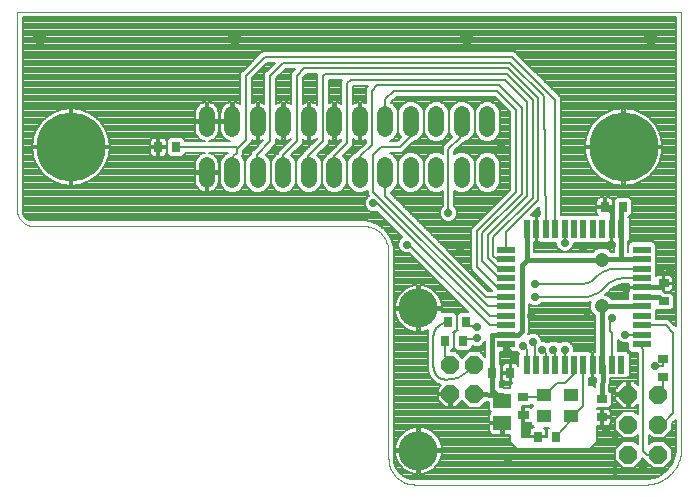
<source format=gbl>
G75*
%MOIN*%
%OFA0B0*%
%FSLAX24Y24*%
%IPPOS*%
%LPD*%
%AMOC8*
5,1,8,0,0,1.08239X$1,22.5*
%
%ADD10C,0.0039*%
%ADD11C,0.0520*%
%ADD12C,0.2300*%
%ADD13OC8,0.0600*%
%ADD14R,0.0276X0.0354*%
%ADD15R,0.0354X0.0276*%
%ADD16R,0.0591X0.0512*%
%ADD17R,0.0591X0.0236*%
%ADD18R,0.0236X0.0591*%
%ADD19OC8,0.0574*%
%ADD20C,0.1306*%
%ADD21R,0.0512X0.0433*%
%ADD22C,0.0079*%
%ADD23C,0.0278*%
%ADD24C,0.0475*%
%ADD25C,0.0160*%
%ADD26C,0.0240*%
%ADD27C,0.0060*%
%ADD28C,0.0298*%
D10*
X011639Y008800D02*
X011696Y008798D01*
X011753Y008793D01*
X011810Y008783D01*
X011865Y008770D01*
X011920Y008754D01*
X011974Y008733D01*
X012026Y008710D01*
X012077Y008683D01*
X012125Y008653D01*
X012172Y008619D01*
X012216Y008583D01*
X012258Y008544D01*
X012297Y008502D01*
X012333Y008458D01*
X012367Y008411D01*
X012397Y008363D01*
X012424Y008312D01*
X012447Y008260D01*
X012468Y008206D01*
X012484Y008151D01*
X012497Y008096D01*
X012507Y008039D01*
X012512Y007982D01*
X012514Y007925D01*
X012514Y001050D01*
X012516Y000993D01*
X012521Y000936D01*
X012531Y000879D01*
X012544Y000824D01*
X012560Y000769D01*
X012581Y000715D01*
X012604Y000663D01*
X012631Y000613D01*
X012661Y000564D01*
X012695Y000517D01*
X012731Y000473D01*
X012770Y000431D01*
X012812Y000392D01*
X012856Y000356D01*
X012903Y000322D01*
X012952Y000292D01*
X013002Y000265D01*
X013054Y000242D01*
X013108Y000221D01*
X013163Y000205D01*
X013218Y000192D01*
X013275Y000182D01*
X013332Y000177D01*
X013389Y000175D01*
X021014Y000175D01*
X022264Y001300D02*
X022264Y015925D01*
X000139Y015925D01*
X000139Y009300D01*
X000141Y009256D01*
X000147Y009213D01*
X000156Y009171D01*
X000169Y009129D01*
X000186Y009089D01*
X000206Y009050D01*
X000229Y009013D01*
X000256Y008979D01*
X000285Y008946D01*
X000318Y008917D01*
X000352Y008890D01*
X000389Y008867D01*
X000428Y008847D01*
X000468Y008830D01*
X000510Y008817D01*
X000552Y008808D01*
X000595Y008802D01*
X000639Y008800D01*
X011639Y008800D01*
X021015Y000176D02*
X021081Y000174D01*
X021148Y000176D01*
X021214Y000182D01*
X021280Y000192D01*
X021346Y000205D01*
X021410Y000222D01*
X021474Y000242D01*
X021536Y000266D01*
X021597Y000294D01*
X021656Y000324D01*
X021713Y000358D01*
X021768Y000396D01*
X021822Y000436D01*
X021872Y000479D01*
X021921Y000525D01*
X021966Y000574D01*
X022009Y000625D01*
X022049Y000678D01*
X022086Y000734D01*
X022120Y000792D01*
X022150Y000851D01*
X022177Y000912D01*
X022201Y000974D01*
X022221Y001038D01*
X022237Y001103D01*
X022250Y001168D01*
X022259Y001234D01*
X022264Y001301D01*
D11*
X015814Y010315D02*
X015814Y010835D01*
X014964Y010835D02*
X014964Y010315D01*
X014114Y010315D02*
X014114Y010835D01*
X013264Y010835D02*
X013264Y010315D01*
X012414Y010315D02*
X012414Y010835D01*
X011564Y010835D02*
X011564Y010315D01*
X010714Y010315D02*
X010714Y010835D01*
X009864Y010835D02*
X009864Y010315D01*
X009014Y010315D02*
X009014Y010835D01*
X008164Y010835D02*
X008164Y010315D01*
X007314Y010315D02*
X007314Y010835D01*
X006464Y010835D02*
X006464Y010315D01*
X006464Y012015D02*
X006464Y012535D01*
X007314Y012535D02*
X007314Y012015D01*
X008164Y012015D02*
X008164Y012535D01*
X009014Y012535D02*
X009014Y012015D01*
X009864Y012015D02*
X009864Y012535D01*
X010714Y012535D02*
X010714Y012015D01*
X011564Y012015D02*
X011564Y012535D01*
X012414Y012535D02*
X012414Y012015D01*
X013264Y012015D02*
X013264Y012535D01*
X014114Y012535D02*
X014114Y012015D01*
X014964Y012015D02*
X014964Y012535D01*
X015814Y012535D02*
X015814Y012015D01*
D12*
X020349Y011425D03*
X001929Y011425D03*
D13*
X020514Y003175D03*
X021514Y003175D03*
X021514Y002175D03*
X020514Y002175D03*
X020514Y001175D03*
X021514Y001175D03*
D14*
X018090Y001766D03*
X017490Y001766D03*
G36*
X016830Y002355D02*
X016829Y002630D01*
X017182Y002631D01*
X017183Y002356D01*
X016830Y002355D01*
G37*
G36*
X016826Y002955D02*
X016825Y003230D01*
X017178Y003231D01*
X017179Y002956D01*
X016826Y002955D01*
G37*
X016578Y003905D03*
X015978Y003905D03*
X014987Y004976D03*
X014387Y004976D03*
X014492Y005580D03*
X015092Y005580D03*
X019721Y009431D03*
X020321Y009431D03*
X005439Y011425D03*
X004839Y011425D03*
D15*
X019623Y003017D03*
X019623Y002417D03*
X021658Y003766D03*
X021658Y004366D03*
X021685Y006277D03*
X021685Y006877D03*
D16*
X016314Y002976D03*
X016314Y002228D03*
D17*
X016434Y004854D03*
X016434Y005169D03*
X016434Y005484D03*
X016434Y005799D03*
X016434Y006114D03*
X016434Y006429D03*
X016434Y006744D03*
X016434Y007059D03*
X016434Y007374D03*
X016434Y007689D03*
X016434Y008003D03*
X020962Y008003D03*
X020962Y007689D03*
X020962Y007374D03*
X020962Y007059D03*
X020962Y006744D03*
X020962Y006429D03*
X020962Y006114D03*
X020962Y005799D03*
X020962Y005484D03*
X020962Y005169D03*
X020962Y004854D03*
D18*
X020273Y004165D03*
X019958Y004165D03*
X019643Y004165D03*
X019328Y004165D03*
X019013Y004165D03*
X018698Y004165D03*
X018383Y004165D03*
X018068Y004165D03*
X017753Y004165D03*
X017438Y004165D03*
X017123Y004165D03*
X017123Y008692D03*
X017438Y008692D03*
X017753Y008692D03*
X018068Y008692D03*
X018383Y008692D03*
X018698Y008692D03*
X019013Y008692D03*
X019328Y008692D03*
X019643Y008692D03*
X019958Y008692D03*
X020273Y008692D03*
D19*
X015369Y004167D03*
X014581Y004167D03*
X014581Y003183D03*
X015369Y003183D03*
D20*
X013514Y001305D03*
X013514Y006045D03*
D21*
X017687Y003154D03*
X017687Y002446D03*
X018592Y002446D03*
X018592Y003154D03*
D22*
X018389Y003550D02*
X018139Y003550D01*
X017744Y003154D01*
X017687Y003154D01*
X017626Y003093D01*
X017002Y003093D01*
X016963Y002796D02*
X017247Y002797D01*
X017296Y002847D01*
X017343Y002800D01*
X017277Y002734D01*
X017267Y002744D01*
X017235Y002762D01*
X017200Y002771D01*
X017034Y002771D01*
X017035Y002523D01*
X016976Y002523D01*
X016975Y002770D01*
X016963Y002770D01*
X016963Y002796D01*
X016963Y002791D02*
X017334Y002791D01*
X017034Y002713D02*
X016975Y002713D01*
X016975Y002636D02*
X017034Y002636D01*
X017035Y002559D02*
X016976Y002559D01*
X016976Y002464D02*
X017035Y002464D01*
X017037Y002216D01*
X017202Y002217D01*
X017238Y002227D01*
X017270Y002245D01*
X017271Y002247D01*
X017271Y002163D01*
X017351Y002083D01*
X017334Y002083D01*
X017298Y002073D01*
X017267Y002055D01*
X017241Y002029D01*
X017222Y001997D01*
X017213Y001962D01*
X017213Y001796D01*
X017460Y001796D01*
X017460Y001749D01*
X016972Y001749D01*
X016963Y001757D01*
X016963Y002216D01*
X016977Y002216D01*
X016976Y002464D01*
X016976Y002404D02*
X017036Y002404D01*
X017036Y002327D02*
X016977Y002327D01*
X016977Y002250D02*
X017036Y002250D01*
X016963Y002173D02*
X017271Y002173D01*
X017339Y002095D02*
X016963Y002095D01*
X016963Y002018D02*
X017234Y002018D01*
X017213Y001941D02*
X016963Y001941D01*
X016963Y001864D02*
X017213Y001864D01*
X017460Y001786D02*
X016963Y001786D01*
X016566Y001786D02*
X014143Y001786D01*
X014174Y001746D02*
X014111Y001828D01*
X014038Y001902D01*
X013955Y001965D01*
X013865Y002017D01*
X013770Y002057D01*
X013669Y002083D01*
X013566Y002097D01*
X013554Y002097D01*
X013554Y001344D01*
X014306Y001344D01*
X014306Y001357D01*
X014293Y001460D01*
X014266Y001560D01*
X014226Y001656D01*
X014174Y001746D01*
X014196Y001709D02*
X016566Y001709D01*
X016566Y001632D02*
X014236Y001632D01*
X014268Y001555D02*
X016604Y001555D01*
X016566Y001593D02*
X016691Y001468D01*
X016807Y001351D01*
X019222Y001351D01*
X019347Y001476D01*
X019463Y001593D01*
X019463Y002140D01*
X019593Y002140D01*
X019593Y002388D01*
X019652Y002388D01*
X019652Y002140D01*
X019818Y002140D01*
X019854Y002150D01*
X019885Y002168D01*
X019911Y002194D01*
X019930Y002226D01*
X019939Y002261D01*
X019939Y002388D01*
X019652Y002388D01*
X019652Y002447D01*
X019593Y002447D01*
X019593Y002695D01*
X019463Y002695D01*
X019463Y002720D01*
X019866Y002720D01*
X019959Y002814D01*
X019959Y003221D01*
X019876Y003304D01*
X019896Y003710D01*
X020457Y003710D01*
X020550Y003804D01*
X020550Y004526D01*
X020457Y004620D01*
X020156Y004620D01*
X020156Y004986D01*
X020220Y004922D01*
X020330Y004877D01*
X020449Y004877D01*
X020507Y004901D01*
X020507Y004670D01*
X020600Y004576D01*
X020816Y004576D01*
X020816Y003495D01*
X020696Y003614D01*
X020554Y003614D01*
X020554Y003214D01*
X020475Y003214D01*
X020475Y003136D01*
X020075Y003136D01*
X020075Y002993D01*
X020332Y002736D01*
X020475Y002736D01*
X020475Y003136D01*
X020554Y003136D01*
X020554Y002736D01*
X020696Y002736D01*
X020816Y002855D01*
X020816Y002523D01*
X020705Y002634D01*
X020324Y002634D01*
X020055Y002365D01*
X020055Y001985D01*
X020324Y001716D01*
X020705Y001716D01*
X020816Y001827D01*
X020816Y001523D01*
X020705Y001634D01*
X020324Y001634D01*
X020055Y001365D01*
X020055Y000985D01*
X020324Y000716D01*
X020705Y000716D01*
X020974Y000985D01*
X020974Y001060D01*
X021057Y000976D01*
X021063Y000976D01*
X021324Y000716D01*
X021705Y000716D01*
X021974Y000985D01*
X021974Y001365D01*
X021705Y001634D01*
X021324Y001634D01*
X021213Y001523D01*
X021213Y001827D01*
X021324Y001716D01*
X021705Y001716D01*
X021974Y001985D01*
X021974Y002228D01*
X022085Y002340D01*
X022085Y001308D01*
X022065Y001152D01*
X021952Y000857D01*
X021753Y000612D01*
X021488Y000440D01*
X021182Y000358D01*
X021033Y000354D01*
X021019Y000354D01*
X020950Y000358D01*
X020946Y000354D01*
X013389Y000354D01*
X013280Y000363D01*
X013073Y000430D01*
X012897Y000558D01*
X012769Y000734D01*
X012702Y000941D01*
X012693Y001050D01*
X012693Y008092D01*
X012590Y008409D01*
X012394Y008680D01*
X012124Y008876D01*
X012124Y008876D01*
X011806Y008979D01*
X000639Y008979D01*
X000577Y008985D01*
X000461Y009033D01*
X000373Y009122D01*
X000325Y009237D01*
X000318Y009300D01*
X000318Y015746D01*
X022085Y015746D01*
X022085Y005448D01*
X021963Y005570D01*
X021847Y005686D01*
X021416Y005686D01*
X021416Y006006D01*
X021442Y005979D01*
X021929Y005979D01*
X022022Y006073D01*
X022022Y006480D01*
X021929Y006574D01*
X021727Y006574D01*
X021669Y006632D01*
X021656Y006637D01*
X021656Y006847D01*
X021715Y006847D01*
X021715Y006599D01*
X021881Y006599D01*
X021916Y006609D01*
X021948Y006627D01*
X021974Y006653D01*
X021993Y006685D01*
X022002Y006721D01*
X022002Y006847D01*
X021715Y006847D01*
X021715Y006906D01*
X022002Y006906D01*
X022002Y007033D01*
X021993Y007068D01*
X021974Y007100D01*
X021948Y007126D01*
X021916Y007144D01*
X021881Y007154D01*
X021715Y007154D01*
X021715Y006906D01*
X021656Y006906D01*
X021656Y007154D01*
X021490Y007154D01*
X021455Y007144D01*
X021423Y007126D01*
X021416Y007120D01*
X021416Y008188D01*
X021323Y008281D01*
X020600Y008281D01*
X020507Y008188D01*
X020507Y007928D01*
X020504Y007928D01*
X020504Y008285D01*
X020550Y008331D01*
X020550Y009054D01*
X020512Y009092D01*
X020512Y009095D01*
X020525Y009095D01*
X020618Y009188D01*
X020618Y009674D01*
X020525Y009768D01*
X020117Y009768D01*
X020024Y009674D01*
X020024Y009188D01*
X020033Y009179D01*
X020033Y009127D01*
X019977Y009127D01*
X019977Y008712D01*
X019938Y008712D01*
X019938Y009127D01*
X019918Y009127D01*
X019944Y009143D01*
X019970Y009169D01*
X019989Y009200D01*
X019998Y009236D01*
X019998Y009402D01*
X019751Y009402D01*
X019751Y009461D01*
X019998Y009461D01*
X019998Y009627D01*
X019989Y009662D01*
X019970Y009694D01*
X019944Y009720D01*
X019913Y009738D01*
X019877Y009748D01*
X019750Y009748D01*
X019750Y009461D01*
X019691Y009461D01*
X019691Y009402D01*
X019444Y009402D01*
X019444Y009236D01*
X019453Y009200D01*
X019472Y009169D01*
X019493Y009147D01*
X018267Y009147D01*
X018267Y013079D01*
X016838Y014507D01*
X016722Y014624D01*
X008307Y014624D01*
X007682Y013999D01*
X007566Y013882D01*
X007566Y012847D01*
X007504Y012889D01*
X007431Y012919D01*
X007354Y012934D01*
X007354Y012314D01*
X007275Y012314D01*
X007275Y012236D01*
X006915Y012236D01*
X006915Y011976D01*
X006930Y011899D01*
X006960Y011826D01*
X007004Y011760D01*
X007060Y011705D01*
X007125Y011661D01*
X007198Y011631D01*
X007234Y011624D01*
X006544Y011624D01*
X006581Y011631D01*
X006654Y011661D01*
X006719Y011705D01*
X006775Y011760D01*
X006818Y011826D01*
X006848Y011899D01*
X006864Y011976D01*
X006864Y012236D01*
X006504Y012236D01*
X006504Y012314D01*
X006864Y012314D01*
X006864Y012574D01*
X006848Y012651D01*
X006818Y012724D01*
X006775Y012790D01*
X006719Y012845D01*
X006654Y012889D01*
X006581Y012919D01*
X006504Y012934D01*
X006504Y012314D01*
X006425Y012314D01*
X006425Y012236D01*
X006065Y012236D01*
X006065Y011976D01*
X006080Y011899D01*
X006110Y011826D01*
X006154Y011760D01*
X006210Y011705D01*
X006275Y011661D01*
X006348Y011631D01*
X006384Y011624D01*
X005737Y011624D01*
X005737Y011668D01*
X005643Y011762D01*
X005236Y011762D01*
X005142Y011668D01*
X005142Y011182D01*
X005236Y011088D01*
X005643Y011088D01*
X005737Y011182D01*
X005737Y011226D01*
X006384Y011226D01*
X006348Y011219D01*
X006275Y011189D01*
X006210Y011145D01*
X006154Y011090D01*
X006110Y011024D01*
X006080Y010951D01*
X006065Y010874D01*
X006065Y010614D01*
X006425Y010614D01*
X006425Y010536D01*
X006065Y010536D01*
X006065Y010276D01*
X006080Y010199D01*
X006110Y010126D01*
X006154Y010060D01*
X006210Y010005D01*
X006275Y009961D01*
X006348Y009931D01*
X006425Y009916D01*
X006425Y010536D01*
X006504Y010536D01*
X006504Y010614D01*
X006864Y010614D01*
X006864Y010874D01*
X006848Y010951D01*
X006818Y011024D01*
X006775Y011090D01*
X006719Y011145D01*
X006654Y011189D01*
X006581Y011219D01*
X006544Y011226D01*
X007160Y011226D01*
X007157Y011224D01*
X007077Y011191D01*
X006959Y011073D01*
X006895Y010918D01*
X006895Y010232D01*
X006959Y010077D01*
X007077Y009959D01*
X007231Y009896D01*
X007398Y009896D01*
X007552Y009959D01*
X007670Y010077D01*
X007734Y010232D01*
X007734Y010918D01*
X007670Y011073D01*
X007619Y011124D01*
X007651Y011155D01*
X007651Y011280D01*
X007963Y011593D01*
X007963Y011669D01*
X007975Y011661D01*
X008048Y011631D01*
X008125Y011616D01*
X008125Y012236D01*
X008204Y012236D01*
X008204Y011616D01*
X008281Y011631D01*
X008338Y011655D01*
X008057Y011374D01*
X007941Y011257D01*
X007941Y011196D01*
X007927Y011191D01*
X007809Y011073D01*
X007745Y010918D01*
X007745Y010232D01*
X007809Y010077D01*
X007927Y009959D01*
X008081Y009896D01*
X008248Y009896D01*
X008402Y009959D01*
X008520Y010077D01*
X008584Y010232D01*
X008584Y010918D01*
X008520Y011073D01*
X008419Y011174D01*
X008776Y011530D01*
X008776Y011694D01*
X008825Y011661D01*
X008898Y011631D01*
X008975Y011616D01*
X008975Y012236D01*
X009054Y012236D01*
X009054Y011616D01*
X009131Y011631D01*
X009204Y011661D01*
X009251Y011693D01*
X008932Y011374D01*
X008816Y011257D01*
X008816Y011207D01*
X008777Y011191D01*
X008659Y011073D01*
X008595Y010918D01*
X008595Y010232D01*
X008659Y010077D01*
X008777Y009959D01*
X008931Y009896D01*
X009098Y009896D01*
X009252Y009959D01*
X009370Y010077D01*
X009434Y010232D01*
X009434Y010918D01*
X009370Y011073D01*
X009281Y011161D01*
X009651Y011530D01*
X009651Y011678D01*
X009675Y011661D01*
X009748Y011631D01*
X009825Y011616D01*
X009825Y012236D01*
X009904Y012236D01*
X009904Y011616D01*
X009981Y011631D01*
X010054Y011661D01*
X010119Y011705D01*
X010128Y011714D01*
X010128Y011695D01*
X009745Y011311D01*
X009628Y011195D01*
X009628Y011191D01*
X009627Y011191D01*
X009509Y011073D01*
X009445Y010918D01*
X009445Y010232D01*
X009509Y010077D01*
X009627Y009959D01*
X009781Y009896D01*
X009948Y009896D01*
X010102Y009959D01*
X010220Y010077D01*
X010284Y010232D01*
X010284Y010918D01*
X010220Y011073D01*
X010144Y011149D01*
X010526Y011530D01*
X010526Y011661D01*
X010598Y011631D01*
X010675Y011616D01*
X010675Y012236D01*
X010754Y012236D01*
X010754Y011616D01*
X010831Y011631D01*
X010904Y011661D01*
X010941Y011686D01*
X010941Y011632D01*
X010620Y011311D01*
X010514Y011206D01*
X010477Y011191D01*
X010359Y011073D01*
X010295Y010918D01*
X010295Y010232D01*
X010359Y010077D01*
X010477Y009959D01*
X010631Y009896D01*
X010798Y009896D01*
X010952Y009959D01*
X011070Y010077D01*
X011134Y010232D01*
X011134Y010918D01*
X011070Y011073D01*
X011006Y011136D01*
X011338Y011468D01*
X011338Y011686D01*
X011375Y011661D01*
X011448Y011631D01*
X011525Y011616D01*
X011525Y012236D01*
X011604Y012236D01*
X011604Y011616D01*
X011681Y011631D01*
X011753Y011661D01*
X011753Y011570D01*
X011495Y011311D01*
X011495Y011311D01*
X011407Y011224D01*
X011327Y011191D01*
X011209Y011073D01*
X011145Y010918D01*
X011145Y010232D01*
X011209Y010077D01*
X011327Y009959D01*
X011481Y009896D01*
X011648Y009896D01*
X011802Y009959D01*
X011816Y009973D01*
X011816Y009843D01*
X011852Y009806D01*
X011845Y009803D01*
X011761Y009719D01*
X011716Y009609D01*
X011716Y009491D01*
X011761Y009381D01*
X011845Y009297D01*
X011955Y009252D01*
X012074Y009252D01*
X012132Y009276D01*
X012977Y008431D01*
X012970Y008428D01*
X012886Y008344D01*
X012841Y008234D01*
X012841Y008116D01*
X012886Y008006D01*
X012970Y007922D01*
X013080Y007877D01*
X013199Y007877D01*
X013213Y007883D01*
X015179Y005916D01*
X014889Y005916D01*
X014795Y005823D01*
X014795Y005337D01*
X014819Y005313D01*
X014783Y005313D01*
X014690Y005220D01*
X014690Y004733D01*
X014783Y004640D01*
X015191Y004640D01*
X015284Y004733D01*
X015284Y004796D01*
X015393Y004752D01*
X015511Y004752D01*
X015621Y004797D01*
X015705Y004881D01*
X015739Y004964D01*
X015739Y004428D01*
X015554Y004614D01*
X015184Y004614D01*
X014975Y004405D01*
X014766Y004614D01*
X014588Y004614D01*
X014586Y004636D01*
X014586Y004640D01*
X014591Y004640D01*
X014684Y004733D01*
X014684Y005220D01*
X014660Y005243D01*
X014696Y005243D01*
X014790Y005337D01*
X014790Y005823D01*
X014696Y005916D01*
X014296Y005916D01*
X014306Y005993D01*
X014306Y006006D01*
X013554Y006006D01*
X013554Y006084D01*
X014306Y006084D01*
X014306Y006097D01*
X014293Y006200D01*
X014266Y006300D01*
X014226Y006396D01*
X014174Y006486D01*
X014111Y006568D01*
X014038Y006642D01*
X013955Y006705D01*
X013865Y006757D01*
X013770Y006797D01*
X013669Y006824D01*
X013566Y006837D01*
X013554Y006837D01*
X013554Y006084D01*
X013475Y006084D01*
X013475Y006006D01*
X012722Y006006D01*
X012722Y005993D01*
X012736Y005890D01*
X012763Y005790D01*
X012802Y005694D01*
X012854Y005604D01*
X012918Y005522D01*
X012991Y005448D01*
X013073Y005385D01*
X013163Y005333D01*
X013259Y005293D01*
X013360Y005267D01*
X013462Y005253D01*
X013475Y005253D01*
X013475Y006006D01*
X013554Y006006D01*
X013554Y005253D01*
X013566Y005253D01*
X013669Y005267D01*
X013770Y005293D01*
X013848Y005326D01*
X013816Y005248D01*
X013816Y003977D01*
X013911Y003747D01*
X013941Y003718D01*
X013941Y003718D01*
X013977Y003681D01*
X013987Y003672D01*
X014094Y003565D01*
X014106Y003552D01*
X014277Y003482D01*
X014155Y003359D01*
X014155Y003222D01*
X014542Y003222D01*
X014542Y003144D01*
X014155Y003144D01*
X014155Y003006D01*
X014405Y002756D01*
X014542Y002756D01*
X014542Y003143D01*
X014621Y003143D01*
X014621Y002756D01*
X014758Y002756D01*
X014961Y002959D01*
X015184Y002736D01*
X015554Y002736D01*
X015757Y002940D01*
X015859Y002939D01*
X015859Y002654D01*
X015925Y002588D01*
X015907Y002570D01*
X015888Y002538D01*
X015879Y002502D01*
X015879Y002268D01*
X016274Y002268D01*
X016274Y002189D01*
X015879Y002189D01*
X015879Y001954D01*
X015888Y001919D01*
X015907Y001887D01*
X015933Y001861D01*
X015964Y001842D01*
X016000Y001833D01*
X016274Y001833D01*
X016274Y002189D01*
X016353Y002189D01*
X016353Y001833D01*
X016566Y001833D01*
X016566Y001593D01*
X016681Y001477D02*
X014288Y001477D01*
X014301Y001400D02*
X016758Y001400D01*
X016353Y001864D02*
X016274Y001864D01*
X016274Y001941D02*
X016353Y001941D01*
X016353Y002018D02*
X016274Y002018D01*
X016274Y002095D02*
X016353Y002095D01*
X016353Y002173D02*
X016274Y002173D01*
X016274Y002250D02*
X012693Y002250D01*
X012693Y002327D02*
X015879Y002327D01*
X015879Y002404D02*
X012693Y002404D01*
X012693Y002482D02*
X015879Y002482D01*
X015900Y002559D02*
X012693Y002559D01*
X012693Y002636D02*
X015877Y002636D01*
X015859Y002713D02*
X012693Y002713D01*
X012693Y002791D02*
X014371Y002791D01*
X014293Y002868D02*
X012693Y002868D01*
X012693Y002945D02*
X014216Y002945D01*
X014155Y003022D02*
X012693Y003022D01*
X012693Y003100D02*
X014155Y003100D01*
X014155Y003254D02*
X012693Y003254D01*
X012693Y003177D02*
X014542Y003177D01*
X014542Y003100D02*
X014621Y003100D01*
X014621Y003022D02*
X014542Y003022D01*
X014542Y002945D02*
X014621Y002945D01*
X014621Y002868D02*
X014542Y002868D01*
X014542Y002791D02*
X014621Y002791D01*
X014792Y002791D02*
X015130Y002791D01*
X015052Y002868D02*
X014869Y002868D01*
X014946Y002945D02*
X014975Y002945D01*
X015608Y002791D02*
X015859Y002791D01*
X015859Y002868D02*
X015685Y002868D01*
X015879Y002173D02*
X012693Y002173D01*
X012693Y002095D02*
X013450Y002095D01*
X013462Y002097D02*
X013360Y002083D01*
X013259Y002057D01*
X013163Y002017D01*
X013073Y001965D01*
X012991Y001902D01*
X012918Y001828D01*
X012854Y001746D01*
X012802Y001656D01*
X012763Y001560D01*
X012736Y001460D01*
X012722Y001357D01*
X012722Y001344D01*
X013475Y001344D01*
X013475Y001266D01*
X012722Y001266D01*
X012722Y001253D01*
X012736Y001150D01*
X012763Y001050D01*
X012802Y000954D01*
X012854Y000864D01*
X012918Y000782D01*
X012991Y000708D01*
X013073Y000645D01*
X013163Y000593D01*
X013259Y000553D01*
X013360Y000526D01*
X013462Y000513D01*
X013475Y000513D01*
X013475Y001266D01*
X013554Y001266D01*
X013554Y001344D01*
X013475Y001344D01*
X013475Y002097D01*
X013462Y002097D01*
X013475Y002095D02*
X013554Y002095D01*
X013579Y002095D02*
X015879Y002095D01*
X015879Y002018D02*
X013862Y002018D01*
X013987Y001941D02*
X015882Y001941D01*
X015930Y001864D02*
X014076Y001864D01*
X013554Y001864D02*
X013475Y001864D01*
X013475Y001941D02*
X013554Y001941D01*
X013554Y002018D02*
X013475Y002018D01*
X013475Y001786D02*
X013554Y001786D01*
X013554Y001709D02*
X013475Y001709D01*
X013475Y001632D02*
X013554Y001632D01*
X013554Y001555D02*
X013475Y001555D01*
X013475Y001477D02*
X013554Y001477D01*
X013554Y001400D02*
X013475Y001400D01*
X013475Y001323D02*
X012693Y001323D01*
X012693Y001246D02*
X012723Y001246D01*
X012733Y001169D02*
X012693Y001169D01*
X012693Y001091D02*
X012752Y001091D01*
X012777Y001014D02*
X012696Y001014D01*
X012703Y000937D02*
X012812Y000937D01*
X012858Y000860D02*
X012728Y000860D01*
X012754Y000782D02*
X012917Y000782D01*
X012995Y000705D02*
X012790Y000705D01*
X012846Y000628D02*
X013103Y000628D01*
X013014Y000473D02*
X021539Y000473D01*
X021658Y000551D02*
X013760Y000551D01*
X013770Y000553D02*
X013865Y000593D01*
X013955Y000645D01*
X014038Y000708D01*
X014111Y000782D01*
X014174Y000864D01*
X014226Y000954D01*
X014266Y001050D01*
X014293Y001150D01*
X014306Y001253D01*
X014306Y001266D01*
X013554Y001266D01*
X013554Y000513D01*
X013566Y000513D01*
X013669Y000526D01*
X013770Y000553D01*
X013926Y000628D02*
X021766Y000628D01*
X021828Y000705D02*
X014034Y000705D01*
X014112Y000782D02*
X020257Y000782D01*
X020180Y000860D02*
X014171Y000860D01*
X014217Y000937D02*
X020103Y000937D01*
X020055Y001014D02*
X014251Y001014D01*
X014277Y001091D02*
X020055Y001091D01*
X020055Y001169D02*
X014295Y001169D01*
X014306Y001246D02*
X020055Y001246D01*
X020055Y001323D02*
X013554Y001323D01*
X013554Y001246D02*
X013475Y001246D01*
X013475Y001169D02*
X013554Y001169D01*
X013554Y001091D02*
X013475Y001091D01*
X013475Y001014D02*
X013554Y001014D01*
X013554Y000937D02*
X013475Y000937D01*
X013475Y000860D02*
X013554Y000860D01*
X013554Y000782D02*
X013475Y000782D01*
X013475Y000705D02*
X013554Y000705D01*
X013554Y000628D02*
X013475Y000628D01*
X013475Y000551D02*
X013554Y000551D01*
X013269Y000551D02*
X012907Y000551D01*
X013177Y000396D02*
X021325Y000396D01*
X021257Y000782D02*
X020771Y000782D01*
X020849Y000860D02*
X021180Y000860D01*
X021103Y000937D02*
X020926Y000937D01*
X020974Y001014D02*
X021019Y001014D01*
X021139Y001175D02*
X021014Y001300D01*
X021014Y004675D01*
X020962Y004728D01*
X020962Y004854D01*
X020962Y005169D02*
X020955Y005175D01*
X020389Y005175D01*
X020189Y004953D02*
X020156Y004953D01*
X020156Y004876D02*
X020507Y004876D01*
X020507Y004799D02*
X020156Y004799D01*
X020156Y004722D02*
X020507Y004722D01*
X020532Y004644D02*
X020156Y004644D01*
X020509Y004567D02*
X020816Y004567D01*
X020816Y004490D02*
X020550Y004490D01*
X020550Y004413D02*
X020816Y004413D01*
X020816Y004335D02*
X020550Y004335D01*
X020550Y004258D02*
X020816Y004258D01*
X020816Y004181D02*
X020550Y004181D01*
X020550Y004104D02*
X020816Y004104D01*
X020816Y004026D02*
X020550Y004026D01*
X020550Y003949D02*
X020816Y003949D01*
X020816Y003872D02*
X020550Y003872D01*
X020541Y003795D02*
X020816Y003795D01*
X020816Y003717D02*
X020464Y003717D01*
X020475Y003614D02*
X020332Y003614D01*
X020075Y003357D01*
X020075Y003214D01*
X020475Y003214D01*
X020475Y003614D01*
X020475Y003563D02*
X020554Y003563D01*
X020554Y003486D02*
X020475Y003486D01*
X020475Y003408D02*
X020554Y003408D01*
X020554Y003331D02*
X020475Y003331D01*
X020475Y003254D02*
X020554Y003254D01*
X020475Y003177D02*
X019959Y003177D01*
X019959Y003100D02*
X020075Y003100D01*
X020075Y003022D02*
X019959Y003022D01*
X019959Y002945D02*
X020123Y002945D01*
X020200Y002868D02*
X019959Y002868D01*
X019936Y002791D02*
X020277Y002791D01*
X020475Y002791D02*
X020554Y002791D01*
X020554Y002868D02*
X020475Y002868D01*
X020475Y002945D02*
X020554Y002945D01*
X020554Y003022D02*
X020475Y003022D01*
X020475Y003100D02*
X020554Y003100D01*
X020751Y002791D02*
X020816Y002791D01*
X020816Y002713D02*
X019463Y002713D01*
X019593Y002636D02*
X019652Y002636D01*
X019652Y002695D02*
X019652Y002447D01*
X019939Y002447D01*
X019939Y002574D01*
X019930Y002609D01*
X019911Y002641D01*
X019885Y002667D01*
X019854Y002685D01*
X019818Y002695D01*
X019652Y002695D01*
X019652Y002559D02*
X019593Y002559D01*
X019593Y002482D02*
X019652Y002482D01*
X019652Y002404D02*
X020094Y002404D01*
X020055Y002327D02*
X019939Y002327D01*
X019936Y002250D02*
X020055Y002250D01*
X020055Y002173D02*
X019890Y002173D01*
X020055Y002095D02*
X019463Y002095D01*
X019463Y002018D02*
X020055Y002018D01*
X020099Y001941D02*
X019463Y001941D01*
X019463Y001864D02*
X020176Y001864D01*
X020253Y001786D02*
X019463Y001786D01*
X019463Y001709D02*
X020816Y001709D01*
X020816Y001632D02*
X020707Y001632D01*
X020784Y001555D02*
X020816Y001555D01*
X020816Y001786D02*
X020775Y001786D01*
X020322Y001632D02*
X019463Y001632D01*
X019425Y001555D02*
X020244Y001555D01*
X020167Y001477D02*
X019348Y001477D01*
X019271Y001400D02*
X020090Y001400D01*
X019652Y002173D02*
X019593Y002173D01*
X019593Y002250D02*
X019652Y002250D01*
X019652Y002327D02*
X019593Y002327D01*
X019939Y002482D02*
X020171Y002482D01*
X020249Y002559D02*
X019939Y002559D01*
X019914Y002636D02*
X020816Y002636D01*
X020816Y002559D02*
X020780Y002559D01*
X021514Y002175D02*
X021639Y002175D01*
X022014Y002550D01*
X022014Y005238D01*
X021764Y005488D01*
X020965Y005488D01*
X020962Y005484D01*
X021416Y005726D02*
X022085Y005726D01*
X022085Y005803D02*
X021416Y005803D01*
X021416Y005880D02*
X022085Y005880D01*
X022085Y005957D02*
X021416Y005957D01*
X021884Y005648D02*
X022085Y005648D01*
X022085Y005571D02*
X021962Y005571D01*
X022039Y005494D02*
X022085Y005494D01*
X022085Y006035D02*
X021984Y006035D01*
X022022Y006112D02*
X022085Y006112D01*
X022085Y006189D02*
X022022Y006189D01*
X022022Y006266D02*
X022085Y006266D01*
X022085Y006344D02*
X022022Y006344D01*
X022022Y006421D02*
X022085Y006421D01*
X022085Y006498D02*
X022004Y006498D01*
X022085Y006575D02*
X021725Y006575D01*
X021715Y006653D02*
X021656Y006653D01*
X021656Y006730D02*
X021715Y006730D01*
X021715Y006807D02*
X021656Y006807D01*
X021715Y006884D02*
X022085Y006884D01*
X022085Y006807D02*
X022002Y006807D01*
X022002Y006730D02*
X022085Y006730D01*
X022085Y006653D02*
X021974Y006653D01*
X022002Y006962D02*
X022085Y006962D01*
X022085Y007039D02*
X022000Y007039D01*
X021958Y007116D02*
X022085Y007116D01*
X022085Y007193D02*
X021416Y007193D01*
X021416Y007271D02*
X022085Y007271D01*
X022085Y007348D02*
X021416Y007348D01*
X021416Y007425D02*
X022085Y007425D01*
X022085Y007502D02*
X021416Y007502D01*
X021416Y007579D02*
X022085Y007579D01*
X022085Y007657D02*
X021416Y007657D01*
X021416Y007734D02*
X022085Y007734D01*
X022085Y007811D02*
X021416Y007811D01*
X021416Y007888D02*
X022085Y007888D01*
X022085Y007966D02*
X021416Y007966D01*
X021416Y008043D02*
X022085Y008043D01*
X022085Y008120D02*
X021416Y008120D01*
X021407Y008197D02*
X022085Y008197D01*
X022085Y008275D02*
X021329Y008275D01*
X020594Y008275D02*
X020504Y008275D01*
X020504Y008197D02*
X020517Y008197D01*
X020507Y008120D02*
X020504Y008120D01*
X020504Y008043D02*
X020507Y008043D01*
X020504Y007966D02*
X020507Y007966D01*
X020550Y008352D02*
X022085Y008352D01*
X022085Y008429D02*
X020550Y008429D01*
X020550Y008506D02*
X022085Y008506D01*
X022085Y008584D02*
X020550Y008584D01*
X020550Y008661D02*
X022085Y008661D01*
X022085Y008738D02*
X020550Y008738D01*
X020550Y008815D02*
X022085Y008815D01*
X022085Y008893D02*
X020550Y008893D01*
X020550Y008970D02*
X022085Y008970D01*
X022085Y009047D02*
X020550Y009047D01*
X020554Y009124D02*
X022085Y009124D01*
X022085Y009202D02*
X020618Y009202D01*
X020618Y009279D02*
X022085Y009279D01*
X022085Y009356D02*
X020618Y009356D01*
X020618Y009433D02*
X022085Y009433D01*
X022085Y009510D02*
X020618Y009510D01*
X020618Y009588D02*
X022085Y009588D01*
X022085Y009665D02*
X020618Y009665D01*
X020550Y009742D02*
X022085Y009742D01*
X022085Y009819D02*
X018267Y009819D01*
X018267Y009742D02*
X019544Y009742D01*
X019529Y009738D02*
X019498Y009720D01*
X019472Y009694D01*
X019453Y009662D01*
X019444Y009627D01*
X019444Y009461D01*
X019691Y009461D01*
X019691Y009748D01*
X019565Y009748D01*
X019529Y009738D01*
X019455Y009665D02*
X018267Y009665D01*
X018267Y009588D02*
X019444Y009588D01*
X019444Y009510D02*
X018267Y009510D01*
X018267Y009433D02*
X019691Y009433D01*
X019751Y009433D02*
X020024Y009433D01*
X020024Y009356D02*
X019998Y009356D01*
X019998Y009279D02*
X020024Y009279D01*
X020024Y009202D02*
X019989Y009202D01*
X019977Y009124D02*
X019938Y009124D01*
X019938Y009047D02*
X019977Y009047D01*
X019977Y008970D02*
X019938Y008970D01*
X019938Y008893D02*
X019977Y008893D01*
X019977Y008815D02*
X019938Y008815D01*
X019938Y008738D02*
X019977Y008738D01*
X019977Y008673D02*
X019977Y008258D01*
X020025Y008258D01*
X020025Y007928D01*
X019948Y007928D01*
X019864Y008011D01*
X019718Y008072D01*
X019560Y008072D01*
X019415Y008011D01*
X019318Y007914D01*
X017362Y007914D01*
X017362Y008258D01*
X017418Y008258D01*
X017418Y008673D01*
X017458Y008673D01*
X017458Y008258D01*
X017549Y008258D01*
X017569Y008238D01*
X018091Y008238D01*
X018091Y008178D01*
X018136Y008068D01*
X018220Y007985D01*
X018330Y007939D01*
X018449Y007939D01*
X018558Y007985D01*
X018642Y008068D01*
X018688Y008178D01*
X018688Y008238D01*
X019827Y008238D01*
X019847Y008258D01*
X019938Y008258D01*
X019938Y008673D01*
X019977Y008673D01*
X019977Y008661D02*
X019938Y008661D01*
X019938Y008584D02*
X019977Y008584D01*
X019977Y008506D02*
X019938Y008506D01*
X019938Y008429D02*
X019977Y008429D01*
X019977Y008352D02*
X019938Y008352D01*
X019938Y008275D02*
X019977Y008275D01*
X020025Y008197D02*
X018688Y008197D01*
X018664Y008120D02*
X020025Y008120D01*
X020025Y008043D02*
X019788Y008043D01*
X019910Y007966D02*
X020025Y007966D01*
X019491Y008043D02*
X018617Y008043D01*
X018513Y007966D02*
X019369Y007966D01*
X019390Y007050D02*
X019356Y007019D01*
X019321Y006991D01*
X019283Y006965D01*
X019244Y006941D01*
X019203Y006921D01*
X019161Y006903D01*
X019117Y006889D01*
X019073Y006878D01*
X019028Y006870D01*
X018983Y006865D01*
X018937Y006863D01*
X017389Y006863D01*
X017389Y006425D02*
X018975Y006425D01*
X019133Y006226D02*
X019272Y006264D01*
X019243Y006191D01*
X019243Y006034D01*
X019303Y005888D01*
X019400Y005791D01*
X019400Y004600D01*
X019347Y004600D01*
X019347Y004185D01*
X019308Y004185D01*
X019308Y004600D01*
X019217Y004600D01*
X019197Y004620D01*
X018688Y004620D01*
X018688Y004734D01*
X018642Y004844D01*
X018558Y004928D01*
X018449Y004973D01*
X018330Y004973D01*
X018220Y004928D01*
X018202Y004910D01*
X018183Y004928D01*
X018074Y004973D01*
X017955Y004973D01*
X017845Y004928D01*
X017827Y004910D01*
X017808Y004928D01*
X017699Y004973D01*
X017625Y004973D01*
X017625Y004984D01*
X017580Y005094D01*
X017496Y005178D01*
X017386Y005223D01*
X017268Y005223D01*
X017161Y005179D01*
X017191Y005252D01*
X017191Y006201D01*
X017220Y006172D01*
X017330Y006127D01*
X017449Y006127D01*
X017558Y006172D01*
X017613Y006226D01*
X019133Y006226D01*
X019243Y006189D02*
X017576Y006189D01*
X017203Y006189D02*
X017191Y006189D01*
X017191Y006112D02*
X019243Y006112D01*
X019243Y006035D02*
X017191Y006035D01*
X017191Y005957D02*
X019274Y005957D01*
X019310Y005880D02*
X017191Y005880D01*
X017191Y005803D02*
X019388Y005803D01*
X019400Y005726D02*
X017191Y005726D01*
X017191Y005648D02*
X019400Y005648D01*
X019400Y005571D02*
X017191Y005571D01*
X017191Y005494D02*
X019400Y005494D01*
X019400Y005417D02*
X017191Y005417D01*
X017191Y005340D02*
X019400Y005340D01*
X019400Y005262D02*
X017191Y005262D01*
X017175Y005185D02*
X017163Y005185D01*
X017327Y004925D02*
X017389Y004863D01*
X017389Y004425D01*
X017438Y004376D01*
X017438Y004165D01*
X017753Y004165D02*
X017753Y004561D01*
X017639Y004675D01*
X017747Y004953D02*
X017906Y004953D01*
X018122Y004953D02*
X018281Y004953D01*
X018497Y004953D02*
X019400Y004953D01*
X019400Y004876D02*
X018610Y004876D01*
X018661Y004799D02*
X019400Y004799D01*
X019400Y004722D02*
X018688Y004722D01*
X018688Y004644D02*
X019400Y004644D01*
X019347Y004567D02*
X019308Y004567D01*
X019308Y004490D02*
X019347Y004490D01*
X019347Y004413D02*
X019308Y004413D01*
X019308Y004335D02*
X019347Y004335D01*
X019347Y004258D02*
X019308Y004258D01*
X019328Y004165D02*
X019328Y003738D01*
X019327Y003738D01*
X019327Y003613D01*
X019413Y003640D02*
X019213Y003640D01*
X019213Y003563D02*
X019410Y003563D01*
X019406Y003486D02*
X019360Y003486D01*
X019347Y003499D02*
X019404Y003442D01*
X019418Y003730D01*
X019347Y003730D01*
X019347Y004145D01*
X019308Y004145D01*
X019308Y003730D01*
X019217Y003730D01*
X019213Y003726D01*
X019213Y003499D01*
X019347Y003499D01*
X019417Y003717D02*
X019213Y003717D01*
X019308Y003795D02*
X019347Y003795D01*
X019347Y003872D02*
X019308Y003872D01*
X019308Y003949D02*
X019347Y003949D01*
X019347Y004026D02*
X019308Y004026D01*
X019308Y004104D02*
X019347Y004104D01*
X019014Y004163D02*
X019014Y002800D01*
X018660Y002446D01*
X018592Y002446D01*
X018592Y002324D01*
X018090Y001766D01*
X017793Y001749D02*
X017793Y002010D01*
X017853Y002070D01*
X017688Y002070D01*
X017713Y002055D01*
X017739Y002029D01*
X017758Y001997D01*
X017767Y001962D01*
X017767Y001796D01*
X017519Y001796D01*
X017519Y001749D01*
X017793Y001749D01*
X017793Y001786D02*
X017519Y001786D01*
X017767Y001864D02*
X017793Y001864D01*
X017793Y001941D02*
X017767Y001941D01*
X017746Y002018D02*
X017801Y002018D01*
X016566Y003392D02*
X016404Y003392D01*
X016372Y003401D01*
X016340Y003414D01*
X016326Y003414D01*
X016313Y003418D01*
X016279Y003414D01*
X016218Y003414D01*
X016218Y003604D01*
X016276Y003662D01*
X016276Y004148D01*
X016218Y004206D01*
X016218Y004596D01*
X016414Y004596D01*
X016414Y004834D01*
X016454Y004834D01*
X016454Y004596D01*
X016748Y004596D01*
X016783Y004606D01*
X016785Y004607D01*
X016845Y004547D01*
X016860Y004541D01*
X016846Y004526D01*
X016846Y004137D01*
X016828Y004168D01*
X016802Y004194D01*
X016770Y004212D01*
X016735Y004222D01*
X016608Y004222D01*
X016608Y003935D01*
X016549Y003935D01*
X016549Y004222D01*
X016422Y004222D01*
X016387Y004212D01*
X016355Y004194D01*
X016329Y004168D01*
X016311Y004136D01*
X016301Y004101D01*
X016301Y003935D01*
X016549Y003935D01*
X016549Y003876D01*
X016301Y003876D01*
X016301Y003710D01*
X016311Y003674D01*
X016329Y003642D01*
X016355Y003616D01*
X016387Y003598D01*
X016422Y003589D01*
X016549Y003589D01*
X016549Y003876D01*
X016608Y003876D01*
X016608Y003589D01*
X016647Y003589D01*
X016566Y003507D01*
X016566Y003392D01*
X016566Y003408D02*
X016354Y003408D01*
X016218Y003486D02*
X016566Y003486D01*
X016621Y003563D02*
X016218Y003563D01*
X016254Y003640D02*
X016331Y003640D01*
X016301Y003717D02*
X016276Y003717D01*
X016276Y003795D02*
X016301Y003795D01*
X016301Y003872D02*
X016276Y003872D01*
X016276Y003949D02*
X016301Y003949D01*
X016301Y004026D02*
X016276Y004026D01*
X016276Y004104D02*
X016302Y004104D01*
X016342Y004181D02*
X016243Y004181D01*
X016218Y004258D02*
X016846Y004258D01*
X016846Y004181D02*
X016815Y004181D01*
X016846Y004335D02*
X016218Y004335D01*
X016218Y004413D02*
X016846Y004413D01*
X016846Y004490D02*
X016218Y004490D01*
X016218Y004567D02*
X016825Y004567D01*
X017014Y004800D02*
X017123Y004691D01*
X017123Y004165D01*
X016608Y004181D02*
X016549Y004181D01*
X016549Y004104D02*
X016608Y004104D01*
X016608Y004026D02*
X016549Y004026D01*
X016549Y003949D02*
X016608Y003949D01*
X016608Y003872D02*
X016549Y003872D01*
X016549Y003795D02*
X016608Y003795D01*
X016608Y003717D02*
X016549Y003717D01*
X016549Y003640D02*
X016608Y003640D01*
X015369Y004167D02*
X015169Y003968D01*
X014983Y004413D02*
X014967Y004413D01*
X014890Y004490D02*
X015060Y004490D01*
X015137Y004567D02*
X014813Y004567D01*
X014779Y004644D02*
X014595Y004644D01*
X014673Y004722D02*
X014701Y004722D01*
X014690Y004799D02*
X014684Y004799D01*
X014684Y004876D02*
X014690Y004876D01*
X014684Y004953D02*
X014690Y004953D01*
X014684Y005031D02*
X014690Y005031D01*
X014684Y005108D02*
X014690Y005108D01*
X014684Y005185D02*
X014690Y005185D01*
X014715Y005262D02*
X014733Y005262D01*
X014790Y005340D02*
X014795Y005340D01*
X014790Y005417D02*
X014795Y005417D01*
X014790Y005494D02*
X014795Y005494D01*
X014790Y005571D02*
X014795Y005571D01*
X014790Y005648D02*
X014795Y005648D01*
X014790Y005726D02*
X014795Y005726D01*
X014790Y005803D02*
X014795Y005803D01*
X014852Y005880D02*
X014732Y005880D01*
X014984Y006112D02*
X014305Y006112D01*
X014294Y006189D02*
X014907Y006189D01*
X014829Y006266D02*
X014275Y006266D01*
X014248Y006344D02*
X014752Y006344D01*
X014675Y006421D02*
X014212Y006421D01*
X014165Y006498D02*
X014598Y006498D01*
X014520Y006575D02*
X014104Y006575D01*
X014024Y006653D02*
X014443Y006653D01*
X014366Y006730D02*
X013913Y006730D01*
X013731Y006807D02*
X014289Y006807D01*
X014211Y006884D02*
X012693Y006884D01*
X012693Y006807D02*
X013298Y006807D01*
X013259Y006797D02*
X013360Y006824D01*
X013462Y006837D01*
X013475Y006837D01*
X013475Y006084D01*
X012722Y006084D01*
X012722Y006097D01*
X012736Y006200D01*
X012763Y006300D01*
X012802Y006396D01*
X012854Y006486D01*
X012918Y006568D01*
X012991Y006642D01*
X013073Y006705D01*
X013163Y006757D01*
X013259Y006797D01*
X013116Y006730D02*
X012693Y006730D01*
X012693Y006653D02*
X013005Y006653D01*
X012924Y006575D02*
X012693Y006575D01*
X012693Y006498D02*
X012864Y006498D01*
X012817Y006421D02*
X012693Y006421D01*
X012693Y006344D02*
X012781Y006344D01*
X012754Y006266D02*
X012693Y006266D01*
X012693Y006189D02*
X012734Y006189D01*
X012724Y006112D02*
X012693Y006112D01*
X012693Y006035D02*
X013475Y006035D01*
X013475Y006112D02*
X013554Y006112D01*
X013554Y006189D02*
X013475Y006189D01*
X013475Y006266D02*
X013554Y006266D01*
X013554Y006344D02*
X013475Y006344D01*
X013475Y006421D02*
X013554Y006421D01*
X013554Y006498D02*
X013475Y006498D01*
X013475Y006575D02*
X013554Y006575D01*
X013554Y006653D02*
X013475Y006653D01*
X013475Y006730D02*
X013554Y006730D01*
X013554Y006807D02*
X013475Y006807D01*
X013903Y007193D02*
X012693Y007193D01*
X012693Y007116D02*
X013980Y007116D01*
X014057Y007039D02*
X012693Y007039D01*
X012693Y006962D02*
X014134Y006962D01*
X013825Y007271D02*
X012693Y007271D01*
X012693Y007348D02*
X013748Y007348D01*
X013671Y007425D02*
X012693Y007425D01*
X012693Y007502D02*
X013594Y007502D01*
X013516Y007579D02*
X012693Y007579D01*
X012693Y007657D02*
X013439Y007657D01*
X013362Y007734D02*
X012693Y007734D01*
X012693Y007811D02*
X013285Y007811D01*
X013051Y007888D02*
X012693Y007888D01*
X012693Y007966D02*
X012927Y007966D01*
X012871Y008043D02*
X012693Y008043D01*
X012684Y008120D02*
X012841Y008120D01*
X012841Y008197D02*
X012659Y008197D01*
X012634Y008275D02*
X012858Y008275D01*
X012894Y008352D02*
X012609Y008352D01*
X012590Y008409D02*
X012590Y008409D01*
X012576Y008429D02*
X012973Y008429D01*
X012902Y008506D02*
X012520Y008506D01*
X012464Y008584D02*
X012825Y008584D01*
X012747Y008661D02*
X012408Y008661D01*
X012394Y008680D02*
X012394Y008680D01*
X012394Y008680D01*
X012314Y008738D02*
X012670Y008738D01*
X012593Y008815D02*
X012207Y008815D01*
X012072Y008893D02*
X012516Y008893D01*
X012439Y008970D02*
X011835Y008970D01*
X012207Y009202D02*
X000339Y009202D01*
X000321Y009279D02*
X011889Y009279D01*
X011786Y009356D02*
X000318Y009356D01*
X000318Y009433D02*
X011740Y009433D01*
X011716Y009510D02*
X000318Y009510D01*
X000318Y009588D02*
X011716Y009588D01*
X011739Y009665D02*
X000318Y009665D01*
X000318Y009742D02*
X011785Y009742D01*
X011839Y009819D02*
X000318Y009819D01*
X000318Y009897D02*
X007228Y009897D01*
X007400Y009897D02*
X008078Y009897D01*
X008250Y009897D02*
X008928Y009897D01*
X009100Y009897D02*
X009778Y009897D01*
X009950Y009897D02*
X010628Y009897D01*
X010800Y009897D02*
X011478Y009897D01*
X011650Y009897D02*
X011816Y009897D01*
X012014Y009925D02*
X012014Y011175D01*
X012264Y011425D01*
X012889Y011425D01*
X013264Y011800D01*
X013264Y012275D01*
X012845Y012291D02*
X012834Y012291D01*
X012834Y012214D02*
X012845Y012214D01*
X012834Y012137D02*
X012845Y012137D01*
X012834Y012059D02*
X012845Y012059D01*
X012834Y011982D02*
X012845Y011982D01*
X012845Y011932D02*
X012909Y011777D01*
X012935Y011751D01*
X012807Y011624D01*
X012566Y011624D01*
X012652Y011659D01*
X012770Y011777D01*
X012834Y011932D01*
X012834Y012618D01*
X012770Y012773D01*
X012652Y012891D01*
X012613Y012907D01*
X012613Y012930D01*
X012784Y013101D01*
X016057Y013101D01*
X016566Y012593D01*
X016566Y010007D01*
X015253Y008695D01*
X015253Y007343D01*
X015370Y007226D01*
X015968Y006627D01*
X015843Y006627D01*
X012588Y009882D01*
X012588Y009933D01*
X012652Y009959D01*
X012770Y010077D01*
X012834Y010232D01*
X012834Y010918D01*
X012770Y011073D01*
X012652Y011191D01*
X012566Y011226D01*
X012972Y011226D01*
X013341Y011596D01*
X013348Y011596D01*
X013502Y011659D01*
X013620Y011777D01*
X013684Y011932D01*
X013684Y012618D01*
X013620Y012773D01*
X013502Y012891D01*
X013348Y012954D01*
X013181Y012954D01*
X013027Y012891D01*
X012909Y012773D01*
X012845Y012618D01*
X012845Y011932D01*
X012856Y011905D02*
X012823Y011905D01*
X012791Y011828D02*
X012888Y011828D01*
X012934Y011750D02*
X012743Y011750D01*
X012666Y011673D02*
X012857Y011673D01*
X013110Y011364D02*
X014316Y011364D01*
X014316Y011287D02*
X013032Y011287D01*
X013073Y011210D02*
X012605Y011210D01*
X012710Y011133D02*
X012969Y011133D01*
X013027Y011191D02*
X012909Y011073D01*
X012845Y010918D01*
X012845Y010232D01*
X012909Y010077D01*
X013027Y009959D01*
X013181Y009896D01*
X013348Y009896D01*
X013502Y009959D01*
X013620Y010077D01*
X013684Y010232D01*
X013684Y010918D01*
X013620Y011073D01*
X013502Y011191D01*
X013348Y011254D01*
X013181Y011254D01*
X013027Y011191D01*
X012902Y011055D02*
X012777Y011055D01*
X012809Y010978D02*
X012870Y010978D01*
X012845Y010901D02*
X012834Y010901D01*
X012834Y010824D02*
X012845Y010824D01*
X012834Y010746D02*
X012845Y010746D01*
X012834Y010669D02*
X012845Y010669D01*
X012834Y010592D02*
X012845Y010592D01*
X012834Y010515D02*
X012845Y010515D01*
X012834Y010437D02*
X012845Y010437D01*
X012834Y010360D02*
X012845Y010360D01*
X012834Y010283D02*
X012845Y010283D01*
X012856Y010206D02*
X012823Y010206D01*
X012791Y010128D02*
X012888Y010128D01*
X012935Y010051D02*
X012744Y010051D01*
X012666Y009974D02*
X013012Y009974D01*
X013178Y009897D02*
X012588Y009897D01*
X012651Y009819D02*
X014316Y009819D01*
X014316Y009742D02*
X012728Y009742D01*
X012805Y009665D02*
X014316Y009665D01*
X014316Y009588D02*
X012883Y009588D01*
X012960Y009510D02*
X014316Y009510D01*
X014316Y009461D02*
X014261Y009407D01*
X014216Y009297D01*
X014216Y009178D01*
X014261Y009068D01*
X014345Y008985D01*
X014455Y008939D01*
X014574Y008939D01*
X014683Y008985D01*
X014767Y009068D01*
X014813Y009178D01*
X014813Y009297D01*
X014767Y009407D01*
X014713Y009461D01*
X014713Y009973D01*
X014727Y009959D01*
X014881Y009896D01*
X015048Y009896D01*
X015202Y009959D01*
X015320Y010077D01*
X015384Y010232D01*
X015384Y010918D01*
X015320Y011073D01*
X015202Y011191D01*
X015048Y011254D01*
X014881Y011254D01*
X014727Y011191D01*
X014713Y011177D01*
X014713Y011280D01*
X014972Y011539D01*
X015029Y011596D01*
X015048Y011596D01*
X015202Y011659D01*
X015320Y011777D01*
X015384Y011932D01*
X015384Y012618D01*
X015320Y012773D01*
X015202Y012891D01*
X015048Y012954D01*
X014881Y012954D01*
X014727Y012891D01*
X014609Y012773D01*
X014545Y012618D01*
X014545Y011932D01*
X014609Y011777D01*
X014629Y011758D01*
X014316Y011445D01*
X014316Y011206D01*
X014198Y011254D01*
X014031Y011254D01*
X013877Y011191D01*
X013759Y011073D01*
X013695Y010918D01*
X013695Y010232D01*
X013759Y010077D01*
X013877Y009959D01*
X014031Y009896D01*
X014198Y009896D01*
X014316Y009944D01*
X014316Y009461D01*
X014288Y009433D02*
X013037Y009433D01*
X013114Y009356D02*
X014240Y009356D01*
X014216Y009279D02*
X013192Y009279D01*
X013269Y009202D02*
X014216Y009202D01*
X014238Y009124D02*
X013346Y009124D01*
X013423Y009047D02*
X014283Y009047D01*
X014381Y008970D02*
X013501Y008970D01*
X013578Y008893D02*
X015451Y008893D01*
X015528Y008970D02*
X014648Y008970D01*
X014746Y009047D02*
X015605Y009047D01*
X015683Y009124D02*
X014790Y009124D01*
X014813Y009202D02*
X015760Y009202D01*
X015837Y009279D02*
X014813Y009279D01*
X014788Y009356D02*
X015914Y009356D01*
X015992Y009433D02*
X014741Y009433D01*
X014713Y009510D02*
X016069Y009510D01*
X016146Y009588D02*
X014713Y009588D01*
X014713Y009665D02*
X016223Y009665D01*
X016301Y009742D02*
X014713Y009742D01*
X014713Y009819D02*
X016378Y009819D01*
X016455Y009897D02*
X015900Y009897D01*
X015898Y009896D02*
X016052Y009959D01*
X016170Y010077D01*
X016234Y010232D01*
X016234Y010918D01*
X016170Y011073D01*
X016052Y011191D01*
X015898Y011254D01*
X015731Y011254D01*
X015577Y011191D01*
X015459Y011073D01*
X015395Y010918D01*
X015395Y010232D01*
X015459Y010077D01*
X015577Y009959D01*
X015731Y009896D01*
X015898Y009896D01*
X015728Y009897D02*
X015050Y009897D01*
X014878Y009897D02*
X014713Y009897D01*
X014316Y009897D02*
X014200Y009897D01*
X014028Y009897D02*
X013350Y009897D01*
X013516Y009974D02*
X013862Y009974D01*
X013785Y010051D02*
X013594Y010051D01*
X013641Y010128D02*
X013738Y010128D01*
X013706Y010206D02*
X013673Y010206D01*
X013684Y010283D02*
X013695Y010283D01*
X013684Y010360D02*
X013695Y010360D01*
X013684Y010437D02*
X013695Y010437D01*
X013684Y010515D02*
X013695Y010515D01*
X013684Y010592D02*
X013695Y010592D01*
X013684Y010669D02*
X013695Y010669D01*
X013684Y010746D02*
X013695Y010746D01*
X013684Y010824D02*
X013695Y010824D01*
X013684Y010901D02*
X013695Y010901D01*
X013720Y010978D02*
X013659Y010978D01*
X013627Y011055D02*
X013752Y011055D01*
X013819Y011133D02*
X013560Y011133D01*
X013455Y011210D02*
X013923Y011210D01*
X014305Y011210D02*
X014316Y011210D01*
X014316Y011442D02*
X013187Y011442D01*
X013264Y011519D02*
X014390Y011519D01*
X014467Y011596D02*
X014199Y011596D01*
X014198Y011596D02*
X014352Y011659D01*
X014470Y011777D01*
X014534Y011932D01*
X014534Y012618D01*
X014470Y012773D01*
X014352Y012891D01*
X014198Y012954D01*
X014031Y012954D01*
X013877Y012891D01*
X013759Y012773D01*
X013695Y012618D01*
X013695Y011932D01*
X013759Y011777D01*
X013877Y011659D01*
X014031Y011596D01*
X014198Y011596D01*
X014030Y011596D02*
X013349Y011596D01*
X013516Y011673D02*
X013863Y011673D01*
X013786Y011750D02*
X013593Y011750D01*
X013641Y011828D02*
X013738Y011828D01*
X013706Y011905D02*
X013673Y011905D01*
X013684Y011982D02*
X013695Y011982D01*
X013684Y012059D02*
X013695Y012059D01*
X013684Y012137D02*
X013695Y012137D01*
X013684Y012214D02*
X013695Y012214D01*
X013684Y012291D02*
X013695Y012291D01*
X013684Y012368D02*
X013695Y012368D01*
X013684Y012446D02*
X013695Y012446D01*
X013684Y012523D02*
X013695Y012523D01*
X013684Y012600D02*
X013695Y012600D01*
X013719Y012677D02*
X013659Y012677D01*
X013627Y012755D02*
X013751Y012755D01*
X013818Y012832D02*
X013561Y012832D01*
X013457Y012909D02*
X013922Y012909D01*
X014307Y012909D02*
X014772Y012909D01*
X014668Y012832D02*
X014411Y012832D01*
X014477Y012755D02*
X014601Y012755D01*
X014569Y012677D02*
X014509Y012677D01*
X014534Y012600D02*
X014545Y012600D01*
X014534Y012523D02*
X014545Y012523D01*
X014534Y012446D02*
X014545Y012446D01*
X014534Y012368D02*
X014545Y012368D01*
X014534Y012291D02*
X014545Y012291D01*
X014534Y012214D02*
X014545Y012214D01*
X014534Y012137D02*
X014545Y012137D01*
X014534Y012059D02*
X014545Y012059D01*
X014534Y011982D02*
X014545Y011982D01*
X014556Y011905D02*
X014523Y011905D01*
X014491Y011828D02*
X014588Y011828D01*
X014621Y011750D02*
X014443Y011750D01*
X014366Y011673D02*
X014544Y011673D01*
X014514Y011363D02*
X014889Y011738D01*
X014889Y012200D01*
X014964Y012275D01*
X015384Y012291D02*
X015395Y012291D01*
X015384Y012214D02*
X015395Y012214D01*
X015384Y012137D02*
X015395Y012137D01*
X015384Y012059D02*
X015395Y012059D01*
X015384Y011982D02*
X015395Y011982D01*
X015395Y011932D02*
X015459Y011777D01*
X015577Y011659D01*
X015731Y011596D01*
X015898Y011596D01*
X016052Y011659D01*
X016170Y011777D01*
X016234Y011932D01*
X016234Y012618D01*
X016170Y012773D01*
X016052Y012891D01*
X015898Y012954D01*
X015731Y012954D01*
X015577Y012891D01*
X015459Y012773D01*
X015395Y012618D01*
X015395Y011932D01*
X015406Y011905D02*
X015373Y011905D01*
X015341Y011828D02*
X015438Y011828D01*
X015486Y011750D02*
X015293Y011750D01*
X015216Y011673D02*
X015563Y011673D01*
X015730Y011596D02*
X015049Y011596D01*
X014952Y011519D02*
X016566Y011519D01*
X016566Y011596D02*
X015899Y011596D01*
X016066Y011673D02*
X016566Y011673D01*
X016566Y011750D02*
X016143Y011750D01*
X016191Y011828D02*
X016566Y011828D01*
X016566Y011905D02*
X016223Y011905D01*
X016234Y011982D02*
X016566Y011982D01*
X016566Y012059D02*
X016234Y012059D01*
X016234Y012137D02*
X016566Y012137D01*
X016566Y012214D02*
X016234Y012214D01*
X016234Y012291D02*
X016566Y012291D01*
X016566Y012368D02*
X016234Y012368D01*
X016234Y012446D02*
X016566Y012446D01*
X016566Y012523D02*
X016234Y012523D01*
X016234Y012600D02*
X016558Y012600D01*
X016481Y012677D02*
X016209Y012677D01*
X016177Y012755D02*
X016404Y012755D01*
X016326Y012832D02*
X016111Y012832D01*
X016007Y012909D02*
X016249Y012909D01*
X016172Y012986D02*
X012669Y012986D01*
X012613Y012909D02*
X013072Y012909D01*
X012968Y012832D02*
X012711Y012832D01*
X012777Y012755D02*
X012901Y012755D01*
X012869Y012677D02*
X012809Y012677D01*
X012834Y012600D02*
X012845Y012600D01*
X012834Y012523D02*
X012845Y012523D01*
X012834Y012446D02*
X012845Y012446D01*
X012834Y012368D02*
X012845Y012368D01*
X012414Y012275D02*
X012414Y013013D01*
X012702Y013300D01*
X016139Y013300D01*
X016764Y012675D01*
X016764Y009925D01*
X015452Y008613D01*
X015452Y007425D01*
X016133Y006744D01*
X016434Y006744D01*
X016434Y007059D02*
X016193Y007059D01*
X015639Y007613D01*
X015639Y008550D01*
X016952Y009863D01*
X016952Y012738D01*
X016202Y013488D01*
X012139Y013488D01*
X011952Y013300D01*
X011952Y011488D01*
X011577Y011113D01*
X011577Y010588D01*
X011564Y010575D01*
X011145Y010592D02*
X011134Y010592D01*
X011134Y010669D02*
X011145Y010669D01*
X011134Y010746D02*
X011145Y010746D01*
X011134Y010824D02*
X011145Y010824D01*
X011134Y010901D02*
X011145Y010901D01*
X011170Y010978D02*
X011109Y010978D01*
X011077Y011055D02*
X011202Y011055D01*
X011269Y011133D02*
X011010Y011133D01*
X011080Y011210D02*
X011373Y011210D01*
X011470Y011287D02*
X011157Y011287D01*
X011235Y011364D02*
X011548Y011364D01*
X011625Y011442D02*
X011312Y011442D01*
X011338Y011519D02*
X011702Y011519D01*
X011753Y011596D02*
X011338Y011596D01*
X011338Y011673D02*
X011357Y011673D01*
X011525Y011673D02*
X011604Y011673D01*
X011604Y011750D02*
X011525Y011750D01*
X011525Y011828D02*
X011604Y011828D01*
X011604Y011905D02*
X011525Y011905D01*
X011525Y011982D02*
X011604Y011982D01*
X011604Y012059D02*
X011525Y012059D01*
X011525Y012137D02*
X011604Y012137D01*
X011604Y012214D02*
X011525Y012214D01*
X011525Y012314D02*
X011525Y012934D01*
X011448Y012919D01*
X011375Y012889D01*
X011338Y012864D01*
X011338Y013468D01*
X011347Y013476D01*
X011847Y013476D01*
X011753Y013382D01*
X011753Y012889D01*
X011681Y012919D01*
X011604Y012934D01*
X011604Y012314D01*
X011525Y012314D01*
X011525Y012368D02*
X011604Y012368D01*
X011604Y012446D02*
X011525Y012446D01*
X011525Y012523D02*
X011604Y012523D01*
X011604Y012600D02*
X011525Y012600D01*
X011525Y012677D02*
X011604Y012677D01*
X011604Y012755D02*
X011525Y012755D01*
X011525Y012832D02*
X011604Y012832D01*
X011604Y012909D02*
X011525Y012909D01*
X011424Y012909D02*
X011338Y012909D01*
X011338Y012986D02*
X011753Y012986D01*
X011753Y012909D02*
X011705Y012909D01*
X011753Y013064D02*
X011338Y013064D01*
X011338Y013141D02*
X011753Y013141D01*
X011753Y013218D02*
X011338Y013218D01*
X011338Y013295D02*
X011753Y013295D01*
X011753Y013373D02*
X011338Y013373D01*
X011338Y013450D02*
X011821Y013450D01*
X011264Y013675D02*
X011139Y013550D01*
X011139Y011550D01*
X010702Y011113D01*
X010702Y010588D01*
X010714Y010575D01*
X011134Y010515D02*
X011145Y010515D01*
X011134Y010437D02*
X011145Y010437D01*
X011134Y010360D02*
X011145Y010360D01*
X011134Y010283D02*
X011145Y010283D01*
X011156Y010206D02*
X011123Y010206D01*
X011091Y010128D02*
X011188Y010128D01*
X011235Y010051D02*
X011044Y010051D01*
X010966Y009974D02*
X011312Y009974D01*
X012014Y009925D02*
X015826Y006114D01*
X016434Y006114D01*
X016434Y005799D02*
X015891Y005799D01*
X012139Y009550D01*
X012014Y009550D01*
X012389Y009800D02*
X012389Y010550D01*
X012414Y010575D01*
X012389Y009800D02*
X015761Y006429D01*
X016434Y006429D01*
X015943Y006653D02*
X015818Y006653D01*
X015866Y006730D02*
X015741Y006730D01*
X015789Y006807D02*
X015663Y006807D01*
X015711Y006884D02*
X015586Y006884D01*
X015634Y006962D02*
X015509Y006962D01*
X015557Y007039D02*
X015432Y007039D01*
X015480Y007116D02*
X015354Y007116D01*
X015403Y007193D02*
X015277Y007193D01*
X015325Y007271D02*
X015200Y007271D01*
X015253Y007348D02*
X015123Y007348D01*
X015045Y007425D02*
X015253Y007425D01*
X015253Y007502D02*
X014968Y007502D01*
X014891Y007579D02*
X015253Y007579D01*
X015253Y007657D02*
X014814Y007657D01*
X014736Y007734D02*
X015253Y007734D01*
X015253Y007811D02*
X014659Y007811D01*
X014582Y007888D02*
X015253Y007888D01*
X015253Y007966D02*
X014505Y007966D01*
X014428Y008043D02*
X015253Y008043D01*
X015253Y008120D02*
X014350Y008120D01*
X014273Y008197D02*
X015253Y008197D01*
X015253Y008275D02*
X014196Y008275D01*
X014119Y008352D02*
X015253Y008352D01*
X015253Y008429D02*
X014041Y008429D01*
X013964Y008506D02*
X015253Y008506D01*
X015253Y008584D02*
X013887Y008584D01*
X013810Y008661D02*
X015253Y008661D01*
X015296Y008738D02*
X013732Y008738D01*
X013655Y008815D02*
X015374Y008815D01*
X015827Y008488D02*
X017139Y009800D01*
X017139Y012925D01*
X016389Y013675D01*
X011264Y013675D01*
X010972Y013664D02*
X010941Y013632D01*
X010941Y012864D01*
X010904Y012889D01*
X010831Y012919D01*
X010754Y012934D01*
X010754Y012314D01*
X010675Y012314D01*
X010675Y012934D01*
X010598Y012919D01*
X010526Y012889D01*
X010526Y013664D01*
X010972Y013664D01*
X010941Y013604D02*
X010526Y013604D01*
X010526Y013527D02*
X010941Y013527D01*
X010941Y013450D02*
X010526Y013450D01*
X010526Y013373D02*
X010941Y013373D01*
X010941Y013295D02*
X010526Y013295D01*
X010526Y013218D02*
X010941Y013218D01*
X010941Y013141D02*
X010526Y013141D01*
X010526Y013064D02*
X010941Y013064D01*
X010941Y012986D02*
X010526Y012986D01*
X010526Y012909D02*
X010574Y012909D01*
X010675Y012909D02*
X010754Y012909D01*
X010754Y012832D02*
X010675Y012832D01*
X010675Y012755D02*
X010754Y012755D01*
X010754Y012677D02*
X010675Y012677D01*
X010675Y012600D02*
X010754Y012600D01*
X010754Y012523D02*
X010675Y012523D01*
X010675Y012446D02*
X010754Y012446D01*
X010754Y012368D02*
X010675Y012368D01*
X010675Y012214D02*
X010754Y012214D01*
X010754Y012137D02*
X010675Y012137D01*
X010675Y012059D02*
X010754Y012059D01*
X010754Y011982D02*
X010675Y011982D01*
X010675Y011905D02*
X010754Y011905D01*
X010754Y011828D02*
X010675Y011828D01*
X010675Y011750D02*
X010754Y011750D01*
X010754Y011673D02*
X010675Y011673D01*
X010526Y011596D02*
X010904Y011596D01*
X010922Y011673D02*
X010941Y011673D01*
X010827Y011519D02*
X010514Y011519D01*
X010437Y011442D02*
X010750Y011442D01*
X010673Y011364D02*
X010360Y011364D01*
X010282Y011287D02*
X010595Y011287D01*
X010518Y011210D02*
X010205Y011210D01*
X010160Y011133D02*
X010419Y011133D01*
X010352Y011055D02*
X010227Y011055D01*
X010259Y010978D02*
X010320Y010978D01*
X010295Y010901D02*
X010284Y010901D01*
X010284Y010824D02*
X010295Y010824D01*
X010284Y010746D02*
X010295Y010746D01*
X010284Y010669D02*
X010295Y010669D01*
X010284Y010592D02*
X010295Y010592D01*
X010284Y010515D02*
X010295Y010515D01*
X010284Y010437D02*
X010295Y010437D01*
X010284Y010360D02*
X010295Y010360D01*
X010284Y010283D02*
X010295Y010283D01*
X010306Y010206D02*
X010273Y010206D01*
X010241Y010128D02*
X010338Y010128D01*
X010385Y010051D02*
X010194Y010051D01*
X010116Y009974D02*
X010462Y009974D01*
X009864Y010575D02*
X009827Y010613D01*
X009827Y011113D01*
X010327Y011613D01*
X010327Y013800D01*
X010389Y013863D01*
X016452Y013863D01*
X017327Y012988D01*
X017327Y009738D01*
X016014Y008425D01*
X016014Y007800D01*
X016126Y007689D01*
X016434Y007689D01*
X016434Y008003D02*
X016434Y008595D01*
X017514Y009675D01*
X017514Y013050D01*
X016514Y014050D01*
X009702Y014050D01*
X009452Y013800D01*
X009452Y011613D01*
X009014Y011175D01*
X009014Y010575D01*
X008595Y010592D02*
X008584Y010592D01*
X008584Y010669D02*
X008595Y010669D01*
X008584Y010746D02*
X008595Y010746D01*
X008584Y010824D02*
X008595Y010824D01*
X008584Y010901D02*
X008595Y010901D01*
X008620Y010978D02*
X008559Y010978D01*
X008527Y011055D02*
X008652Y011055D01*
X008719Y011133D02*
X008460Y011133D01*
X008455Y011210D02*
X008816Y011210D01*
X008845Y011287D02*
X008532Y011287D01*
X008610Y011364D02*
X008923Y011364D01*
X009000Y011442D02*
X008687Y011442D01*
X008764Y011519D02*
X009077Y011519D01*
X009154Y011596D02*
X008776Y011596D01*
X008776Y011673D02*
X008807Y011673D01*
X008975Y011673D02*
X009054Y011673D01*
X009054Y011750D02*
X008975Y011750D01*
X008975Y011828D02*
X009054Y011828D01*
X009054Y011905D02*
X008975Y011905D01*
X008975Y011982D02*
X009054Y011982D01*
X009054Y012059D02*
X008975Y012059D01*
X008975Y012137D02*
X009054Y012137D01*
X009054Y012214D02*
X008975Y012214D01*
X008975Y012314D02*
X008975Y012934D01*
X008898Y012919D01*
X008825Y012889D01*
X008776Y012856D01*
X008776Y013718D01*
X009097Y014039D01*
X009410Y014039D01*
X009370Y013999D01*
X009253Y013882D01*
X009253Y012856D01*
X009204Y012889D01*
X009131Y012919D01*
X009054Y012934D01*
X009054Y012314D01*
X008975Y012314D01*
X008975Y012368D02*
X009054Y012368D01*
X009054Y012446D02*
X008975Y012446D01*
X008975Y012523D02*
X009054Y012523D01*
X009054Y012600D02*
X008975Y012600D01*
X008975Y012677D02*
X009054Y012677D01*
X009054Y012755D02*
X008975Y012755D01*
X008975Y012832D02*
X009054Y012832D01*
X009054Y012909D02*
X008975Y012909D01*
X008874Y012909D02*
X008776Y012909D01*
X008776Y012986D02*
X009253Y012986D01*
X009253Y012909D02*
X009155Y012909D01*
X009253Y013064D02*
X008776Y013064D01*
X008776Y013141D02*
X009253Y013141D01*
X009253Y013218D02*
X008776Y013218D01*
X008776Y013295D02*
X009253Y013295D01*
X009253Y013373D02*
X008776Y013373D01*
X008776Y013450D02*
X009253Y013450D01*
X009253Y013527D02*
X008776Y013527D01*
X008776Y013604D02*
X009253Y013604D01*
X009253Y013681D02*
X008776Y013681D01*
X008817Y013759D02*
X009253Y013759D01*
X009253Y013836D02*
X008894Y013836D01*
X008971Y013913D02*
X009284Y013913D01*
X009361Y013990D02*
X009048Y013990D01*
X008641Y014145D02*
X008390Y014145D01*
X008313Y014068D02*
X008563Y014068D01*
X008495Y013999D02*
X008378Y013882D01*
X008378Y012872D01*
X008354Y012889D01*
X008281Y012919D01*
X008204Y012934D01*
X008204Y012314D01*
X008125Y012314D01*
X008125Y012934D01*
X008048Y012919D01*
X007975Y012889D01*
X007963Y012881D01*
X007963Y013718D01*
X008472Y014226D01*
X008722Y014226D01*
X008495Y013999D01*
X008486Y013990D02*
X008236Y013990D01*
X008159Y013913D02*
X008409Y013913D01*
X008378Y013836D02*
X008081Y013836D01*
X008004Y013759D02*
X008378Y013759D01*
X008378Y013681D02*
X007963Y013681D01*
X007963Y013604D02*
X008378Y013604D01*
X008378Y013527D02*
X007963Y013527D01*
X007963Y013450D02*
X008378Y013450D01*
X008378Y013373D02*
X007963Y013373D01*
X007963Y013295D02*
X008378Y013295D01*
X008378Y013218D02*
X007963Y013218D01*
X007963Y013141D02*
X008378Y013141D01*
X008378Y013064D02*
X007963Y013064D01*
X007963Y012986D02*
X008378Y012986D01*
X008378Y012909D02*
X008305Y012909D01*
X008204Y012909D02*
X008125Y012909D01*
X008125Y012832D02*
X008204Y012832D01*
X008204Y012755D02*
X008125Y012755D01*
X008125Y012677D02*
X008204Y012677D01*
X008204Y012600D02*
X008125Y012600D01*
X008125Y012523D02*
X008204Y012523D01*
X008204Y012446D02*
X008125Y012446D01*
X008125Y012368D02*
X008204Y012368D01*
X008204Y012214D02*
X008125Y012214D01*
X008125Y012137D02*
X008204Y012137D01*
X008204Y012059D02*
X008125Y012059D01*
X008125Y011982D02*
X008204Y011982D01*
X008204Y011905D02*
X008125Y011905D01*
X008125Y011828D02*
X008204Y011828D01*
X008204Y011750D02*
X008125Y011750D01*
X008125Y011673D02*
X008204Y011673D01*
X008279Y011596D02*
X007963Y011596D01*
X007889Y011519D02*
X008202Y011519D01*
X008125Y011442D02*
X007812Y011442D01*
X007735Y011364D02*
X008048Y011364D01*
X007970Y011287D02*
X007657Y011287D01*
X007651Y011210D02*
X007941Y011210D01*
X007869Y011133D02*
X007628Y011133D01*
X007677Y011055D02*
X007802Y011055D01*
X007770Y010978D02*
X007709Y010978D01*
X007734Y010901D02*
X007745Y010901D01*
X007734Y010824D02*
X007745Y010824D01*
X007734Y010746D02*
X007745Y010746D01*
X007734Y010669D02*
X007745Y010669D01*
X007734Y010592D02*
X007745Y010592D01*
X007734Y010515D02*
X007745Y010515D01*
X007734Y010437D02*
X007745Y010437D01*
X007734Y010360D02*
X007745Y010360D01*
X007734Y010283D02*
X007745Y010283D01*
X007756Y010206D02*
X007723Y010206D01*
X007691Y010128D02*
X007788Y010128D01*
X007835Y010051D02*
X007644Y010051D01*
X007566Y009974D02*
X007912Y009974D01*
X008416Y009974D02*
X008762Y009974D01*
X008685Y010051D02*
X008494Y010051D01*
X008541Y010128D02*
X008638Y010128D01*
X008606Y010206D02*
X008573Y010206D01*
X008584Y010283D02*
X008595Y010283D01*
X008584Y010360D02*
X008595Y010360D01*
X008584Y010437D02*
X008595Y010437D01*
X008584Y010515D02*
X008595Y010515D01*
X008164Y010575D02*
X008139Y010600D01*
X008139Y011175D01*
X008577Y011613D01*
X008577Y013800D01*
X009014Y014238D01*
X016577Y014238D01*
X017690Y013124D01*
X017753Y008692D01*
X017458Y008712D02*
X017418Y008712D01*
X017418Y009127D01*
X017327Y009127D01*
X017307Y009147D01*
X017268Y009147D01*
X017544Y009423D01*
X017548Y009127D01*
X017458Y009127D01*
X017458Y008712D01*
X017458Y008738D02*
X017418Y008738D01*
X017418Y008661D02*
X017458Y008661D01*
X017458Y008584D02*
X017418Y008584D01*
X017418Y008506D02*
X017458Y008506D01*
X017458Y008429D02*
X017418Y008429D01*
X017418Y008352D02*
X017458Y008352D01*
X017458Y008275D02*
X017418Y008275D01*
X017362Y008197D02*
X018091Y008197D01*
X018115Y008120D02*
X017362Y008120D01*
X017362Y008043D02*
X018162Y008043D01*
X018266Y007966D02*
X017362Y007966D01*
X016434Y007374D02*
X016191Y007374D01*
X015827Y007738D01*
X015827Y008488D01*
X014514Y009238D02*
X014514Y011363D01*
X014720Y011287D02*
X016566Y011287D01*
X016566Y011210D02*
X016005Y011210D01*
X016110Y011133D02*
X016566Y011133D01*
X016566Y011055D02*
X016177Y011055D01*
X016209Y010978D02*
X016566Y010978D01*
X016566Y010901D02*
X016234Y010901D01*
X016234Y010824D02*
X016566Y010824D01*
X016566Y010746D02*
X016234Y010746D01*
X016234Y010669D02*
X016566Y010669D01*
X016566Y010592D02*
X016234Y010592D01*
X016234Y010515D02*
X016566Y010515D01*
X016566Y010437D02*
X016234Y010437D01*
X016234Y010360D02*
X016566Y010360D01*
X016566Y010283D02*
X016234Y010283D01*
X016223Y010206D02*
X016566Y010206D01*
X016566Y010128D02*
X016191Y010128D01*
X016144Y010051D02*
X016566Y010051D01*
X016532Y009974D02*
X016066Y009974D01*
X015562Y009974D02*
X015216Y009974D01*
X015294Y010051D02*
X015485Y010051D01*
X015438Y010128D02*
X015341Y010128D01*
X015373Y010206D02*
X015406Y010206D01*
X015395Y010283D02*
X015384Y010283D01*
X015384Y010360D02*
X015395Y010360D01*
X015384Y010437D02*
X015395Y010437D01*
X015384Y010515D02*
X015395Y010515D01*
X015384Y010592D02*
X015395Y010592D01*
X015384Y010669D02*
X015395Y010669D01*
X015384Y010746D02*
X015395Y010746D01*
X015384Y010824D02*
X015395Y010824D01*
X015384Y010901D02*
X015395Y010901D01*
X015420Y010978D02*
X015359Y010978D01*
X015327Y011055D02*
X015452Y011055D01*
X015519Y011133D02*
X015260Y011133D01*
X015155Y011210D02*
X015623Y011210D01*
X014874Y011442D02*
X016566Y011442D01*
X016566Y011364D02*
X014797Y011364D01*
X014773Y011210D02*
X014713Y011210D01*
X015384Y012368D02*
X015395Y012368D01*
X015384Y012446D02*
X015395Y012446D01*
X015384Y012523D02*
X015395Y012523D01*
X015384Y012600D02*
X015395Y012600D01*
X015419Y012677D02*
X015359Y012677D01*
X015327Y012755D02*
X015451Y012755D01*
X015518Y012832D02*
X015261Y012832D01*
X015157Y012909D02*
X015622Y012909D01*
X016095Y013064D02*
X012746Y013064D01*
X010941Y012909D02*
X010855Y012909D01*
X010128Y012909D02*
X010005Y012909D01*
X009981Y012919D02*
X009904Y012934D01*
X009904Y012314D01*
X009825Y012314D01*
X009825Y012934D01*
X009748Y012919D01*
X009675Y012889D01*
X009651Y012872D01*
X009651Y013718D01*
X009784Y013851D01*
X010128Y013851D01*
X010128Y012836D01*
X010119Y012845D01*
X010054Y012889D01*
X009981Y012919D01*
X009904Y012909D02*
X009825Y012909D01*
X009825Y012832D02*
X009904Y012832D01*
X009904Y012755D02*
X009825Y012755D01*
X009825Y012677D02*
X009904Y012677D01*
X009904Y012600D02*
X009825Y012600D01*
X009825Y012523D02*
X009904Y012523D01*
X009904Y012446D02*
X009825Y012446D01*
X009825Y012368D02*
X009904Y012368D01*
X009904Y012214D02*
X009825Y012214D01*
X009825Y012137D02*
X009904Y012137D01*
X009904Y012059D02*
X009825Y012059D01*
X009825Y011982D02*
X009904Y011982D01*
X009904Y011905D02*
X009825Y011905D01*
X009825Y011828D02*
X009904Y011828D01*
X009904Y011750D02*
X009825Y011750D01*
X009825Y011673D02*
X009904Y011673D01*
X010029Y011596D02*
X009651Y011596D01*
X009651Y011673D02*
X009657Y011673D01*
X009639Y011519D02*
X009952Y011519D01*
X009875Y011442D02*
X009562Y011442D01*
X009485Y011364D02*
X009798Y011364D01*
X009720Y011287D02*
X009407Y011287D01*
X009330Y011210D02*
X009643Y011210D01*
X009569Y011133D02*
X009310Y011133D01*
X009377Y011055D02*
X009502Y011055D01*
X009470Y010978D02*
X009409Y010978D01*
X009434Y010901D02*
X009445Y010901D01*
X009434Y010824D02*
X009445Y010824D01*
X009434Y010746D02*
X009445Y010746D01*
X009434Y010669D02*
X009445Y010669D01*
X009434Y010592D02*
X009445Y010592D01*
X009434Y010515D02*
X009445Y010515D01*
X009434Y010437D02*
X009445Y010437D01*
X009434Y010360D02*
X009445Y010360D01*
X009434Y010283D02*
X009445Y010283D01*
X009456Y010206D02*
X009423Y010206D01*
X009391Y010128D02*
X009488Y010128D01*
X009535Y010051D02*
X009344Y010051D01*
X009266Y009974D02*
X009612Y009974D01*
X007327Y010588D02*
X007314Y010575D01*
X007327Y010588D02*
X007327Y011113D01*
X007452Y011238D01*
X007452Y011363D01*
X007452Y011425D01*
X005439Y011425D01*
X005142Y011442D02*
X004869Y011442D01*
X004869Y011455D02*
X005117Y011455D01*
X005117Y011621D01*
X005107Y011656D01*
X005089Y011688D01*
X005063Y011714D01*
X005031Y011732D01*
X004996Y011742D01*
X004869Y011742D01*
X004869Y011455D01*
X004810Y011455D01*
X004810Y011742D01*
X004683Y011742D01*
X004648Y011732D01*
X004616Y011714D01*
X004590Y011688D01*
X004572Y011656D01*
X004562Y011621D01*
X004562Y011455D01*
X004810Y011455D01*
X004810Y011395D01*
X004869Y011395D01*
X004869Y011108D01*
X004996Y011108D01*
X005031Y011118D01*
X005063Y011136D01*
X005089Y011162D01*
X005107Y011194D01*
X005117Y011229D01*
X005117Y011395D01*
X004869Y011395D01*
X004869Y011455D01*
X004810Y011442D02*
X001969Y011442D01*
X001969Y011464D02*
X003219Y011464D01*
X003219Y011488D01*
X003206Y011614D01*
X003182Y011739D01*
X003145Y011860D01*
X003096Y011977D01*
X003037Y012089D01*
X002966Y012194D01*
X002886Y012292D01*
X002796Y012382D01*
X002698Y012462D01*
X002593Y012532D01*
X002481Y012592D01*
X002364Y012640D01*
X002243Y012677D01*
X002119Y012702D01*
X001993Y012714D01*
X001969Y012714D01*
X001969Y011464D01*
X001969Y011386D01*
X003219Y011386D01*
X003219Y011362D01*
X003206Y011236D01*
X003182Y011111D01*
X003145Y010990D01*
X003096Y010873D01*
X003037Y010761D01*
X002966Y010656D01*
X002886Y010558D01*
X002796Y010468D01*
X002698Y010388D01*
X002593Y010318D01*
X002481Y010258D01*
X002364Y010210D01*
X002243Y010173D01*
X002119Y010148D01*
X001993Y010136D01*
X001969Y010136D01*
X001969Y011386D01*
X001890Y011386D01*
X000640Y011386D01*
X000640Y011362D01*
X000652Y011236D01*
X000677Y011111D01*
X000714Y010990D01*
X000762Y010873D01*
X000822Y010761D01*
X000892Y010656D01*
X000973Y010558D01*
X001062Y010468D01*
X001160Y010388D01*
X001266Y010318D01*
X001377Y010258D01*
X001494Y010210D01*
X001616Y010173D01*
X001740Y010148D01*
X001866Y010136D01*
X001890Y010136D01*
X001890Y011386D01*
X001890Y011464D01*
X000640Y011464D01*
X000640Y011488D01*
X000652Y011614D01*
X000677Y011739D01*
X000714Y011860D01*
X000762Y011977D01*
X000822Y012089D01*
X000892Y012194D01*
X000973Y012292D01*
X001062Y012382D01*
X001160Y012462D01*
X001266Y012532D01*
X001377Y012592D01*
X001494Y012640D01*
X001616Y012677D01*
X001740Y012702D01*
X001866Y012714D01*
X001890Y012714D01*
X001890Y011464D01*
X001969Y011464D01*
X001969Y011519D02*
X001890Y011519D01*
X001890Y011596D02*
X001969Y011596D01*
X001969Y011673D02*
X001890Y011673D01*
X001890Y011750D02*
X001969Y011750D01*
X001969Y011828D02*
X001890Y011828D01*
X001890Y011905D02*
X001969Y011905D01*
X001969Y011982D02*
X001890Y011982D01*
X001890Y012059D02*
X001969Y012059D01*
X001969Y012137D02*
X001890Y012137D01*
X001890Y012214D02*
X001969Y012214D01*
X001969Y012291D02*
X001890Y012291D01*
X001890Y012368D02*
X001969Y012368D01*
X001969Y012446D02*
X001890Y012446D01*
X001890Y012523D02*
X001969Y012523D01*
X001969Y012600D02*
X001890Y012600D01*
X001890Y012677D02*
X001969Y012677D01*
X002242Y012677D02*
X006091Y012677D01*
X006080Y012651D02*
X006110Y012724D01*
X006154Y012790D01*
X006210Y012845D01*
X006275Y012889D01*
X006348Y012919D01*
X006425Y012934D01*
X006425Y012314D01*
X006065Y012314D01*
X006065Y012574D01*
X006080Y012651D01*
X006070Y012600D02*
X002462Y012600D01*
X002607Y012523D02*
X006065Y012523D01*
X006065Y012446D02*
X002718Y012446D01*
X002809Y012368D02*
X006065Y012368D01*
X006065Y012214D02*
X002950Y012214D01*
X003005Y012137D02*
X006065Y012137D01*
X006065Y012059D02*
X003052Y012059D01*
X003094Y011982D02*
X006065Y011982D01*
X006079Y011905D02*
X003126Y011905D01*
X003155Y011828D02*
X006110Y011828D01*
X006164Y011750D02*
X005654Y011750D01*
X005731Y011673D02*
X006257Y011673D01*
X006672Y011673D02*
X007107Y011673D01*
X007014Y011750D02*
X006765Y011750D01*
X006819Y011828D02*
X006960Y011828D01*
X006929Y011905D02*
X006850Y011905D01*
X006864Y011982D02*
X006915Y011982D01*
X006915Y012059D02*
X006864Y012059D01*
X006864Y012137D02*
X006915Y012137D01*
X006915Y012214D02*
X006864Y012214D01*
X006915Y012314D02*
X007275Y012314D01*
X007275Y012934D01*
X007198Y012919D01*
X007125Y012889D01*
X007060Y012845D01*
X007004Y012790D01*
X006960Y012724D01*
X006930Y012651D01*
X006915Y012574D01*
X006915Y012314D01*
X006915Y012368D02*
X006864Y012368D01*
X006864Y012446D02*
X006915Y012446D01*
X006915Y012523D02*
X006864Y012523D01*
X006859Y012600D02*
X006920Y012600D01*
X006941Y012677D02*
X006838Y012677D01*
X006798Y012755D02*
X006981Y012755D01*
X007046Y012832D02*
X006732Y012832D01*
X006605Y012909D02*
X007174Y012909D01*
X007275Y012909D02*
X007354Y012909D01*
X007354Y012832D02*
X007275Y012832D01*
X007275Y012755D02*
X007354Y012755D01*
X007354Y012677D02*
X007275Y012677D01*
X007275Y012600D02*
X007354Y012600D01*
X007354Y012523D02*
X007275Y012523D01*
X007275Y012446D02*
X007354Y012446D01*
X007354Y012368D02*
X007275Y012368D01*
X007275Y012291D02*
X006504Y012291D01*
X006504Y012368D02*
X006425Y012368D01*
X006425Y012291D02*
X002887Y012291D01*
X003178Y011750D02*
X005224Y011750D01*
X005147Y011673D02*
X005097Y011673D01*
X005117Y011596D02*
X005142Y011596D01*
X005142Y011519D02*
X005117Y011519D01*
X005117Y011364D02*
X005142Y011364D01*
X005142Y011287D02*
X005117Y011287D01*
X005111Y011210D02*
X005142Y011210D01*
X005191Y011133D02*
X005056Y011133D01*
X004869Y011133D02*
X004810Y011133D01*
X004810Y011108D02*
X004683Y011108D01*
X004648Y011118D01*
X004616Y011136D01*
X004590Y011162D01*
X004572Y011194D01*
X004562Y011229D01*
X004562Y011395D01*
X004810Y011395D01*
X004810Y011108D01*
X004810Y011210D02*
X004869Y011210D01*
X004869Y011287D02*
X004810Y011287D01*
X004810Y011364D02*
X004869Y011364D01*
X004869Y011519D02*
X004810Y011519D01*
X004810Y011596D02*
X004869Y011596D01*
X004869Y011673D02*
X004810Y011673D01*
X004582Y011673D02*
X003195Y011673D01*
X003208Y011596D02*
X004562Y011596D01*
X004562Y011519D02*
X003216Y011519D01*
X003219Y011364D02*
X004562Y011364D01*
X004562Y011287D02*
X003211Y011287D01*
X003201Y011210D02*
X004567Y011210D01*
X004623Y011133D02*
X003186Y011133D01*
X003165Y011055D02*
X006131Y011055D01*
X006091Y010978D02*
X003140Y010978D01*
X003108Y010901D02*
X006070Y010901D01*
X006065Y010824D02*
X003070Y010824D01*
X003027Y010746D02*
X006065Y010746D01*
X006065Y010669D02*
X002975Y010669D01*
X002914Y010592D02*
X006425Y010592D01*
X006425Y010515D02*
X006504Y010515D01*
X006504Y010536D02*
X006504Y009916D01*
X006581Y009931D01*
X006654Y009961D01*
X006719Y010005D01*
X006775Y010060D01*
X006818Y010126D01*
X006848Y010199D01*
X006864Y010276D01*
X006864Y010536D01*
X006504Y010536D01*
X006504Y010592D02*
X006895Y010592D01*
X006895Y010669D02*
X006864Y010669D01*
X006864Y010746D02*
X006895Y010746D01*
X006895Y010824D02*
X006864Y010824D01*
X006858Y010901D02*
X006895Y010901D01*
X006920Y010978D02*
X006837Y010978D01*
X006797Y011055D02*
X006952Y011055D01*
X007019Y011133D02*
X006732Y011133D01*
X006603Y011210D02*
X007123Y011210D01*
X007452Y011363D02*
X007764Y011675D01*
X007764Y013800D01*
X008389Y014425D01*
X016639Y014425D01*
X018068Y012996D01*
X018068Y008692D01*
X018383Y008692D02*
X018389Y008686D01*
X018389Y008238D01*
X017458Y008815D02*
X017418Y008815D01*
X017418Y008893D02*
X017458Y008893D01*
X017458Y008970D02*
X017418Y008970D01*
X017418Y009047D02*
X017458Y009047D01*
X017458Y009124D02*
X017418Y009124D01*
X017322Y009202D02*
X017547Y009202D01*
X017546Y009279D02*
X017399Y009279D01*
X017476Y009356D02*
X017545Y009356D01*
X018267Y009356D02*
X019444Y009356D01*
X019444Y009279D02*
X018267Y009279D01*
X018267Y009202D02*
X019453Y009202D01*
X019691Y009510D02*
X019750Y009510D01*
X019750Y009588D02*
X019691Y009588D01*
X019691Y009665D02*
X019750Y009665D01*
X019750Y009742D02*
X019691Y009742D01*
X019898Y009742D02*
X020092Y009742D01*
X020024Y009665D02*
X019987Y009665D01*
X019998Y009588D02*
X020024Y009588D01*
X020024Y009510D02*
X019998Y009510D01*
X020160Y010148D02*
X020286Y010136D01*
X020310Y010136D01*
X020310Y011386D01*
X019060Y011386D01*
X019060Y011362D01*
X019072Y011236D01*
X019097Y011111D01*
X019134Y010990D01*
X019182Y010873D01*
X019242Y010761D01*
X019312Y010656D01*
X019393Y010558D01*
X019482Y010468D01*
X019580Y010388D01*
X019686Y010318D01*
X019797Y010258D01*
X019914Y010210D01*
X020036Y010173D01*
X020160Y010148D01*
X020310Y010206D02*
X020389Y010206D01*
X020389Y010136D02*
X020413Y010136D01*
X020539Y010148D01*
X020663Y010173D01*
X020784Y010210D01*
X020901Y010258D01*
X021013Y010318D01*
X021118Y010388D01*
X021216Y010468D01*
X021306Y010558D01*
X021386Y010656D01*
X021457Y010761D01*
X021516Y010873D01*
X021565Y010990D01*
X021602Y011111D01*
X021626Y011236D01*
X021639Y011362D01*
X021639Y011386D01*
X020389Y011386D01*
X020389Y011464D01*
X021639Y011464D01*
X021639Y011488D01*
X021626Y011614D01*
X021602Y011739D01*
X021565Y011860D01*
X021516Y011977D01*
X021457Y012089D01*
X021386Y012194D01*
X021306Y012292D01*
X021216Y012382D01*
X021118Y012462D01*
X021013Y012532D01*
X020901Y012592D01*
X020784Y012640D01*
X020663Y012677D01*
X020539Y012702D01*
X020413Y012714D01*
X020389Y012714D01*
X020389Y011464D01*
X020310Y011464D01*
X020310Y011386D01*
X020389Y011386D01*
X020389Y010136D01*
X020389Y010283D02*
X020310Y010283D01*
X020310Y010360D02*
X020389Y010360D01*
X020389Y010437D02*
X020310Y010437D01*
X020310Y010515D02*
X020389Y010515D01*
X020389Y010592D02*
X020310Y010592D01*
X020310Y010669D02*
X020389Y010669D01*
X020389Y010746D02*
X020310Y010746D01*
X020310Y010824D02*
X020389Y010824D01*
X020389Y010901D02*
X020310Y010901D01*
X020310Y010978D02*
X020389Y010978D01*
X020389Y011055D02*
X020310Y011055D01*
X020310Y011133D02*
X020389Y011133D01*
X020389Y011210D02*
X020310Y011210D01*
X020310Y011287D02*
X020389Y011287D01*
X020389Y011364D02*
X020310Y011364D01*
X020310Y011442D02*
X018267Y011442D01*
X018267Y011519D02*
X019063Y011519D01*
X019060Y011488D02*
X019060Y011464D01*
X020310Y011464D01*
X020310Y012714D01*
X020286Y012714D01*
X020160Y012702D01*
X020036Y012677D01*
X019914Y012640D01*
X019797Y012592D01*
X019686Y012532D01*
X019580Y012462D01*
X019482Y012382D01*
X019393Y012292D01*
X019312Y012194D01*
X019242Y012089D01*
X019182Y011977D01*
X019134Y011860D01*
X019097Y011739D01*
X019072Y011614D01*
X019060Y011488D01*
X019071Y011596D02*
X018267Y011596D01*
X018267Y011673D02*
X019084Y011673D01*
X019101Y011750D02*
X018267Y011750D01*
X018267Y011828D02*
X019124Y011828D01*
X019153Y011905D02*
X018267Y011905D01*
X018267Y011982D02*
X019185Y011982D01*
X019226Y012059D02*
X018267Y012059D01*
X018267Y012137D02*
X019274Y012137D01*
X019329Y012214D02*
X018267Y012214D01*
X018267Y012291D02*
X019392Y012291D01*
X019469Y012368D02*
X018267Y012368D01*
X018267Y012446D02*
X019561Y012446D01*
X019672Y012523D02*
X018267Y012523D01*
X018267Y012600D02*
X019817Y012600D01*
X020036Y012677D02*
X018267Y012677D01*
X018267Y012755D02*
X022085Y012755D01*
X022085Y012832D02*
X018267Y012832D01*
X018267Y012909D02*
X022085Y012909D01*
X022085Y012986D02*
X018267Y012986D01*
X018267Y013064D02*
X022085Y013064D01*
X022085Y013141D02*
X018205Y013141D01*
X018127Y013218D02*
X022085Y013218D01*
X022085Y013295D02*
X018050Y013295D01*
X017973Y013373D02*
X022085Y013373D01*
X022085Y013450D02*
X017896Y013450D01*
X017818Y013527D02*
X022085Y013527D01*
X022085Y013604D02*
X017741Y013604D01*
X017664Y013681D02*
X022085Y013681D01*
X022085Y013759D02*
X017587Y013759D01*
X017509Y013836D02*
X022085Y013836D01*
X022085Y013913D02*
X017432Y013913D01*
X017355Y013990D02*
X022085Y013990D01*
X022085Y014068D02*
X017278Y014068D01*
X017201Y014145D02*
X022085Y014145D01*
X022085Y014222D02*
X017123Y014222D01*
X017046Y014299D02*
X022085Y014299D01*
X022085Y014377D02*
X016969Y014377D01*
X016892Y014454D02*
X022085Y014454D01*
X022085Y014531D02*
X016814Y014531D01*
X016737Y014608D02*
X022085Y014608D01*
X022085Y014686D02*
X000318Y014686D01*
X000318Y014763D02*
X022085Y014763D01*
X022085Y014840D02*
X000318Y014840D01*
X000318Y014917D02*
X022085Y014917D01*
X022085Y014995D02*
X000318Y014995D01*
X000318Y015072D02*
X022085Y015072D01*
X022085Y015149D02*
X000318Y015149D01*
X000318Y015226D02*
X022085Y015226D01*
X022085Y015304D02*
X000318Y015304D01*
X000318Y015381D02*
X022085Y015381D01*
X022085Y015458D02*
X000318Y015458D01*
X000318Y015535D02*
X022085Y015535D01*
X022085Y015612D02*
X000318Y015612D01*
X000318Y015690D02*
X022085Y015690D01*
X022085Y012677D02*
X020662Y012677D01*
X020882Y012600D02*
X022085Y012600D01*
X022085Y012523D02*
X021027Y012523D01*
X021138Y012446D02*
X022085Y012446D01*
X022085Y012368D02*
X021229Y012368D01*
X021307Y012291D02*
X022085Y012291D01*
X022085Y012214D02*
X021370Y012214D01*
X021425Y012137D02*
X022085Y012137D01*
X022085Y012059D02*
X021472Y012059D01*
X021514Y011982D02*
X022085Y011982D01*
X022085Y011905D02*
X021546Y011905D01*
X021575Y011828D02*
X022085Y011828D01*
X022085Y011750D02*
X021598Y011750D01*
X021615Y011673D02*
X022085Y011673D01*
X022085Y011596D02*
X021628Y011596D01*
X021636Y011519D02*
X022085Y011519D01*
X022085Y011442D02*
X020389Y011442D01*
X020389Y011519D02*
X020310Y011519D01*
X020310Y011596D02*
X020389Y011596D01*
X020389Y011673D02*
X020310Y011673D01*
X020310Y011750D02*
X020389Y011750D01*
X020389Y011828D02*
X020310Y011828D01*
X020310Y011905D02*
X020389Y011905D01*
X020389Y011982D02*
X020310Y011982D01*
X020310Y012059D02*
X020389Y012059D01*
X020389Y012137D02*
X020310Y012137D01*
X020310Y012214D02*
X020389Y012214D01*
X020389Y012291D02*
X020310Y012291D01*
X020310Y012368D02*
X020389Y012368D01*
X020389Y012446D02*
X020310Y012446D01*
X020310Y012523D02*
X020389Y012523D01*
X020389Y012600D02*
X020310Y012600D01*
X020310Y012677D02*
X020389Y012677D01*
X021639Y011364D02*
X022085Y011364D01*
X022085Y011287D02*
X021631Y011287D01*
X021621Y011210D02*
X022085Y011210D01*
X022085Y011133D02*
X021606Y011133D01*
X021585Y011055D02*
X022085Y011055D01*
X022085Y010978D02*
X021560Y010978D01*
X021528Y010901D02*
X022085Y010901D01*
X022085Y010824D02*
X021490Y010824D01*
X021447Y010746D02*
X022085Y010746D01*
X022085Y010669D02*
X021395Y010669D01*
X021334Y010592D02*
X022085Y010592D01*
X022085Y010515D02*
X021262Y010515D01*
X021178Y010437D02*
X022085Y010437D01*
X022085Y010360D02*
X021076Y010360D01*
X020948Y010283D02*
X022085Y010283D01*
X022085Y010206D02*
X020771Y010206D01*
X019927Y010206D02*
X018267Y010206D01*
X018267Y010283D02*
X019751Y010283D01*
X019622Y010360D02*
X018267Y010360D01*
X018267Y010437D02*
X019520Y010437D01*
X019436Y010515D02*
X018267Y010515D01*
X018267Y010592D02*
X019365Y010592D01*
X019304Y010669D02*
X018267Y010669D01*
X018267Y010746D02*
X019252Y010746D01*
X019209Y010824D02*
X018267Y010824D01*
X018267Y010901D02*
X019171Y010901D01*
X019139Y010978D02*
X018267Y010978D01*
X018267Y011055D02*
X019114Y011055D01*
X019093Y011133D02*
X018267Y011133D01*
X018267Y011210D02*
X019078Y011210D01*
X019067Y011287D02*
X018267Y011287D01*
X018267Y011364D02*
X019060Y011364D01*
X018267Y010128D02*
X022085Y010128D01*
X022085Y010051D02*
X018267Y010051D01*
X018267Y009974D02*
X022085Y009974D01*
X022085Y009897D02*
X018267Y009897D01*
X019682Y006718D02*
X019638Y006676D01*
X019592Y006638D01*
X019543Y006602D01*
X019492Y006569D01*
X019440Y006540D01*
X019385Y006513D01*
X019330Y006490D01*
X019273Y006470D01*
X019214Y006454D01*
X019155Y006441D01*
X019096Y006432D01*
X019035Y006427D01*
X018975Y006425D01*
X019389Y007050D02*
X019420Y007081D01*
X019764Y006800D02*
X019682Y006718D01*
X019821Y006575D02*
X020507Y006575D01*
X020507Y006613D02*
X020507Y006353D01*
X019960Y006353D01*
X019864Y006449D01*
X019744Y006499D01*
X019765Y006519D01*
X019847Y006601D01*
X019852Y006606D01*
X019905Y006659D01*
X019972Y006718D01*
X020127Y006808D01*
X020299Y006854D01*
X020389Y006860D01*
X020522Y006860D01*
X020527Y006854D01*
X020527Y006763D01*
X020942Y006763D01*
X020942Y006724D01*
X020527Y006724D01*
X020527Y006633D01*
X020507Y006613D01*
X020527Y006653D02*
X019898Y006653D01*
X019847Y006601D02*
X019847Y006601D01*
X019765Y006519D02*
X019765Y006519D01*
X019745Y006498D02*
X020507Y006498D01*
X020507Y006421D02*
X019892Y006421D01*
X019420Y007081D02*
X019464Y007123D01*
X019510Y007161D01*
X019559Y007197D01*
X019610Y007230D01*
X019662Y007259D01*
X019717Y007286D01*
X019772Y007309D01*
X019829Y007329D01*
X019888Y007345D01*
X019947Y007358D01*
X020006Y007367D01*
X020067Y007372D01*
X020127Y007374D01*
X020962Y007374D01*
X020962Y007059D02*
X020389Y007059D01*
X020527Y006807D02*
X020126Y006807D01*
X019992Y006730D02*
X020942Y006730D01*
X021656Y006962D02*
X021715Y006962D01*
X021715Y007039D02*
X021656Y007039D01*
X021656Y007116D02*
X021715Y007116D01*
X020389Y007059D02*
X020331Y007057D01*
X020274Y007051D01*
X020217Y007042D01*
X020160Y007029D01*
X020105Y007012D01*
X020051Y006992D01*
X019998Y006968D01*
X019948Y006941D01*
X019898Y006910D01*
X019851Y006877D01*
X019807Y006840D01*
X019765Y006800D01*
X019952Y005738D02*
X019889Y005675D01*
X019889Y005300D01*
X019958Y005232D01*
X019958Y004165D01*
X019893Y003640D02*
X020816Y003640D01*
X020816Y003563D02*
X020748Y003563D01*
X020281Y003563D02*
X019889Y003563D01*
X019885Y003486D02*
X020204Y003486D01*
X020127Y003408D02*
X019881Y003408D01*
X019878Y003331D02*
X020075Y003331D01*
X020075Y003254D02*
X019926Y003254D01*
X019014Y004163D02*
X019013Y004165D01*
X018698Y004165D02*
X018698Y003859D01*
X018389Y003550D01*
X018383Y004165D02*
X018383Y004669D01*
X018389Y004675D01*
X018068Y004621D02*
X018014Y004675D01*
X018068Y004621D02*
X018068Y004165D01*
X017606Y005031D02*
X019400Y005031D01*
X019400Y005108D02*
X017566Y005108D01*
X017479Y005185D02*
X019400Y005185D01*
X021389Y004113D02*
X021655Y004113D01*
X021658Y004366D01*
X021658Y003766D02*
X021658Y003319D01*
X021514Y003175D01*
X022073Y002327D02*
X022085Y002327D01*
X022085Y002250D02*
X021995Y002250D01*
X021974Y002173D02*
X022085Y002173D01*
X022085Y002095D02*
X021974Y002095D01*
X021974Y002018D02*
X022085Y002018D01*
X022085Y001941D02*
X021930Y001941D01*
X021853Y001864D02*
X022085Y001864D01*
X022085Y001786D02*
X021775Y001786D01*
X021707Y001632D02*
X022085Y001632D01*
X022085Y001709D02*
X021213Y001709D01*
X021213Y001632D02*
X021322Y001632D01*
X021244Y001555D02*
X021213Y001555D01*
X021213Y001786D02*
X021253Y001786D01*
X021784Y001555D02*
X022085Y001555D01*
X022085Y001477D02*
X021862Y001477D01*
X021939Y001400D02*
X022085Y001400D01*
X022085Y001323D02*
X021974Y001323D01*
X021974Y001246D02*
X022077Y001246D01*
X022067Y001169D02*
X021974Y001169D01*
X021974Y001091D02*
X022041Y001091D01*
X022012Y001014D02*
X021974Y001014D01*
X021982Y000937D02*
X021926Y000937D01*
X021952Y000860D02*
X021849Y000860D01*
X021891Y000782D02*
X021771Y000782D01*
X021514Y001175D02*
X021139Y001175D01*
X016454Y004644D02*
X016414Y004644D01*
X016414Y004722D02*
X016454Y004722D01*
X016454Y004799D02*
X016414Y004799D01*
X015739Y004799D02*
X015623Y004799D01*
X015700Y004876D02*
X015739Y004876D01*
X015735Y004953D02*
X015739Y004953D01*
X015739Y004722D02*
X015273Y004722D01*
X015195Y004644D02*
X015739Y004644D01*
X015739Y004567D02*
X015600Y004567D01*
X015677Y004490D02*
X015739Y004490D01*
X015396Y005027D02*
X015038Y005027D01*
X015396Y005027D02*
X015411Y005029D01*
X015426Y005033D01*
X015440Y005040D01*
X015452Y005050D01*
X014387Y004636D02*
X014389Y004589D01*
X014394Y004542D01*
X014402Y004495D01*
X014414Y004449D01*
X014429Y004404D01*
X014447Y004361D01*
X014468Y004318D01*
X014492Y004278D01*
X014519Y004239D01*
X014549Y004202D01*
X014581Y004167D01*
X014014Y004102D02*
X014016Y004065D01*
X014020Y004028D01*
X014029Y003991D01*
X014040Y003956D01*
X014054Y003922D01*
X014071Y003888D01*
X014091Y003857D01*
X014114Y003828D01*
X014139Y003800D01*
X014176Y003763D01*
X014018Y003640D02*
X012693Y003640D01*
X012693Y003563D02*
X014095Y003563D01*
X014106Y003552D02*
X014106Y003552D01*
X014204Y003408D02*
X012693Y003408D01*
X012693Y003331D02*
X014155Y003331D01*
X014267Y003486D02*
X012693Y003486D01*
X012693Y003717D02*
X013941Y003717D01*
X013911Y003747D02*
X013911Y003747D01*
X013891Y003795D02*
X012693Y003795D01*
X012693Y003872D02*
X013859Y003872D01*
X013827Y003949D02*
X012693Y003949D01*
X012693Y004026D02*
X013816Y004026D01*
X013816Y004104D02*
X012693Y004104D01*
X012693Y004181D02*
X013816Y004181D01*
X013816Y004258D02*
X012693Y004258D01*
X012693Y004335D02*
X013816Y004335D01*
X013816Y004413D02*
X012693Y004413D01*
X012693Y004490D02*
X013816Y004490D01*
X013816Y004567D02*
X012693Y004567D01*
X012693Y004644D02*
X013816Y004644D01*
X013816Y004722D02*
X012693Y004722D01*
X012693Y004799D02*
X013816Y004799D01*
X013816Y004876D02*
X012693Y004876D01*
X012693Y004953D02*
X013816Y004953D01*
X013816Y005031D02*
X012693Y005031D01*
X012693Y005108D02*
X013816Y005108D01*
X013816Y005185D02*
X012693Y005185D01*
X012693Y005262D02*
X013392Y005262D01*
X013475Y005262D02*
X013554Y005262D01*
X013554Y005340D02*
X013475Y005340D01*
X013475Y005417D02*
X013554Y005417D01*
X013554Y005494D02*
X013475Y005494D01*
X013475Y005571D02*
X013554Y005571D01*
X013554Y005648D02*
X013475Y005648D01*
X013475Y005726D02*
X013554Y005726D01*
X013554Y005803D02*
X013475Y005803D01*
X013475Y005880D02*
X013554Y005880D01*
X013554Y005957D02*
X013475Y005957D01*
X013554Y006035D02*
X015061Y006035D01*
X015138Y005957D02*
X014302Y005957D01*
X014154Y005440D02*
X014139Y005425D01*
X013822Y005262D02*
X013637Y005262D01*
X014014Y005123D02*
X014014Y004102D01*
X014175Y003763D02*
X014201Y003741D01*
X014228Y003721D01*
X014258Y003705D01*
X014289Y003692D01*
X014322Y003683D01*
X014355Y003677D01*
X014389Y003675D01*
X014462Y003675D01*
X014387Y004636D02*
X014387Y004976D01*
X014014Y005123D02*
X014016Y005160D01*
X014020Y005197D01*
X014029Y005234D01*
X014040Y005269D01*
X014054Y005303D01*
X014071Y005337D01*
X014091Y005368D01*
X014114Y005397D01*
X014139Y005425D01*
X014154Y005439D02*
X014185Y005467D01*
X014218Y005493D01*
X014253Y005515D01*
X014290Y005534D01*
X014329Y005550D01*
X014368Y005563D01*
X014409Y005572D01*
X014450Y005577D01*
X014492Y005579D01*
X015092Y005580D02*
X015103Y005570D01*
X015134Y005541D01*
X015169Y005514D01*
X015205Y005491D01*
X015243Y005471D01*
X015283Y005455D01*
X015324Y005442D01*
X015366Y005433D01*
X015409Y005427D01*
X015452Y005425D01*
X015893Y005484D02*
X013202Y008175D01*
X013139Y008175D01*
X012361Y009047D02*
X000447Y009047D01*
X000371Y009124D02*
X012284Y009124D01*
X010107Y011673D02*
X010072Y011673D01*
X009232Y011673D02*
X009222Y011673D01*
X009651Y012909D02*
X009724Y012909D01*
X009651Y012986D02*
X010128Y012986D01*
X010128Y013064D02*
X009651Y013064D01*
X009651Y013141D02*
X010128Y013141D01*
X010128Y013218D02*
X009651Y013218D01*
X009651Y013295D02*
X010128Y013295D01*
X010128Y013373D02*
X009651Y013373D01*
X009651Y013450D02*
X010128Y013450D01*
X010128Y013527D02*
X009651Y013527D01*
X009651Y013604D02*
X010128Y013604D01*
X010128Y013681D02*
X009651Y013681D01*
X009692Y013759D02*
X010128Y013759D01*
X010128Y013836D02*
X009769Y013836D01*
X008718Y014222D02*
X008468Y014222D01*
X008214Y014531D02*
X000318Y014531D01*
X000318Y014454D02*
X008137Y014454D01*
X008060Y014377D02*
X000318Y014377D01*
X000318Y014299D02*
X007983Y014299D01*
X007905Y014222D02*
X000318Y014222D01*
X000318Y014145D02*
X007828Y014145D01*
X007751Y014068D02*
X000318Y014068D01*
X000318Y013990D02*
X007674Y013990D01*
X007597Y013913D02*
X000318Y013913D01*
X000318Y013836D02*
X007566Y013836D01*
X007566Y013759D02*
X000318Y013759D01*
X000318Y013681D02*
X007566Y013681D01*
X007566Y013604D02*
X000318Y013604D01*
X000318Y013527D02*
X007566Y013527D01*
X007566Y013450D02*
X000318Y013450D01*
X000318Y013373D02*
X007566Y013373D01*
X007566Y013295D02*
X000318Y013295D01*
X000318Y013218D02*
X007566Y013218D01*
X007566Y013141D02*
X000318Y013141D01*
X000318Y013064D02*
X007566Y013064D01*
X007566Y012986D02*
X000318Y012986D01*
X000318Y012909D02*
X006324Y012909D01*
X006425Y012909D02*
X006504Y012909D01*
X006504Y012832D02*
X006425Y012832D01*
X006425Y012755D02*
X006504Y012755D01*
X006504Y012677D02*
X006425Y012677D01*
X006425Y012600D02*
X006504Y012600D01*
X006504Y012523D02*
X006425Y012523D01*
X006425Y012446D02*
X006504Y012446D01*
X006131Y012755D02*
X000318Y012755D01*
X000318Y012832D02*
X006196Y012832D01*
X007455Y012909D02*
X007566Y012909D01*
X007963Y012909D02*
X008024Y012909D01*
X008292Y014608D02*
X000318Y014608D01*
X000318Y012677D02*
X001616Y012677D01*
X001397Y012600D02*
X000318Y012600D01*
X000318Y012523D02*
X001252Y012523D01*
X001141Y012446D02*
X000318Y012446D01*
X000318Y012368D02*
X001049Y012368D01*
X000972Y012291D02*
X000318Y012291D01*
X000318Y012214D02*
X000909Y012214D01*
X000854Y012137D02*
X000318Y012137D01*
X000318Y012059D02*
X000806Y012059D01*
X000765Y011982D02*
X000318Y011982D01*
X000318Y011905D02*
X000733Y011905D01*
X000704Y011828D02*
X000318Y011828D01*
X000318Y011750D02*
X000681Y011750D01*
X000664Y011673D02*
X000318Y011673D01*
X000318Y011596D02*
X000651Y011596D01*
X000643Y011519D02*
X000318Y011519D01*
X000318Y011442D02*
X001890Y011442D01*
X001890Y011364D02*
X001969Y011364D01*
X001969Y011287D02*
X001890Y011287D01*
X001890Y011210D02*
X001969Y011210D01*
X001969Y011133D02*
X001890Y011133D01*
X001890Y011055D02*
X001969Y011055D01*
X001969Y010978D02*
X001890Y010978D01*
X001890Y010901D02*
X001969Y010901D01*
X001969Y010824D02*
X001890Y010824D01*
X001890Y010746D02*
X001969Y010746D01*
X001969Y010669D02*
X001890Y010669D01*
X001890Y010592D02*
X001969Y010592D01*
X001969Y010515D02*
X001890Y010515D01*
X001890Y010437D02*
X001969Y010437D01*
X001969Y010360D02*
X001890Y010360D01*
X001890Y010283D02*
X001969Y010283D01*
X001969Y010206D02*
X001890Y010206D01*
X001507Y010206D02*
X000318Y010206D01*
X000318Y010283D02*
X001331Y010283D01*
X001202Y010360D02*
X000318Y010360D01*
X000318Y010437D02*
X001100Y010437D01*
X001016Y010515D02*
X000318Y010515D01*
X000318Y010592D02*
X000945Y010592D01*
X000884Y010669D02*
X000318Y010669D01*
X000318Y010746D02*
X000832Y010746D01*
X000789Y010824D02*
X000318Y010824D01*
X000318Y010901D02*
X000751Y010901D01*
X000719Y010978D02*
X000318Y010978D01*
X000318Y011055D02*
X000694Y011055D01*
X000673Y011133D02*
X000318Y011133D01*
X000318Y011210D02*
X000658Y011210D01*
X000647Y011287D02*
X000318Y011287D01*
X000318Y011364D02*
X000640Y011364D01*
X000318Y010128D02*
X006109Y010128D01*
X006079Y010206D02*
X002351Y010206D01*
X002528Y010283D02*
X006065Y010283D01*
X006065Y010360D02*
X002656Y010360D01*
X002758Y010437D02*
X006065Y010437D01*
X006065Y010515D02*
X002842Y010515D01*
X000318Y010051D02*
X006163Y010051D01*
X006256Y009974D02*
X000318Y009974D01*
X005687Y011133D02*
X006197Y011133D01*
X006326Y011210D02*
X005737Y011210D01*
X006425Y010437D02*
X006504Y010437D01*
X006504Y010360D02*
X006425Y010360D01*
X006425Y010283D02*
X006504Y010283D01*
X006504Y010206D02*
X006425Y010206D01*
X006425Y010128D02*
X006504Y010128D01*
X006504Y010051D02*
X006425Y010051D01*
X006425Y009974D02*
X006504Y009974D01*
X006673Y009974D02*
X007062Y009974D01*
X006985Y010051D02*
X006765Y010051D01*
X006819Y010128D02*
X006938Y010128D01*
X006906Y010206D02*
X006850Y010206D01*
X006864Y010283D02*
X006895Y010283D01*
X006895Y010360D02*
X006864Y010360D01*
X006864Y010437D02*
X006895Y010437D01*
X006895Y010515D02*
X006864Y010515D01*
X012693Y005957D02*
X012727Y005957D01*
X012738Y005880D02*
X012693Y005880D01*
X012693Y005803D02*
X012759Y005803D01*
X012789Y005726D02*
X012693Y005726D01*
X012693Y005648D02*
X012829Y005648D01*
X012880Y005571D02*
X012693Y005571D01*
X012693Y005494D02*
X012945Y005494D01*
X013032Y005417D02*
X012693Y005417D01*
X012693Y005340D02*
X013152Y005340D01*
X014462Y003675D02*
X014522Y003677D01*
X014583Y003682D01*
X014642Y003691D01*
X014701Y003704D01*
X014760Y003720D01*
X014817Y003740D01*
X014872Y003763D01*
X014927Y003790D01*
X014979Y003819D01*
X015030Y003852D01*
X015079Y003888D01*
X015125Y003926D01*
X015169Y003968D01*
X015893Y005484D02*
X016434Y005484D01*
X013166Y002018D02*
X012693Y002018D01*
X012693Y001941D02*
X013042Y001941D01*
X012953Y001864D02*
X012693Y001864D01*
X012693Y001786D02*
X012885Y001786D01*
X012833Y001709D02*
X012693Y001709D01*
X012693Y001632D02*
X012792Y001632D01*
X012761Y001555D02*
X012693Y001555D01*
X012693Y001477D02*
X012741Y001477D01*
X012728Y001400D02*
X012693Y001400D01*
D23*
X016514Y000925D03*
X019764Y001925D03*
X020077Y001675D03*
X020077Y000613D03*
X021014Y000738D03*
X019327Y003613D03*
X018389Y004675D03*
X018014Y004675D03*
X017639Y004675D03*
X017327Y004925D03*
X017014Y004800D03*
X016702Y004425D03*
X015452Y005050D03*
X015452Y005425D03*
X017264Y005800D03*
X017389Y006425D03*
X017389Y006863D03*
X018389Y008238D03*
X019014Y008050D03*
X019952Y008175D03*
X021577Y007300D03*
X021889Y007300D03*
X020389Y006738D03*
X019139Y005925D03*
X019952Y005738D03*
X020389Y005175D03*
X020389Y004738D03*
X021389Y004113D03*
X014889Y008050D03*
X014514Y009238D03*
X013139Y008175D03*
X012014Y009550D03*
X016264Y011425D03*
X017452Y009238D03*
D24*
X019639Y007675D03*
X019639Y006113D03*
X021264Y015050D03*
X015139Y015050D03*
X007389Y015050D03*
X000889Y015050D03*
D25*
X015978Y005169D02*
X015978Y003905D01*
X015978Y003285D01*
X015983Y003307D01*
X016314Y002976D01*
X016292Y003175D01*
X016139Y003175D01*
X015506Y003183D01*
X015369Y003183D01*
X015978Y005169D02*
X016434Y005169D01*
X016821Y005169D01*
X016952Y005300D01*
X016952Y007488D01*
X017139Y007675D01*
X019639Y007675D01*
X019639Y007689D01*
X020264Y007689D01*
X020962Y007689D01*
X020264Y007689D02*
X020264Y008692D01*
X020273Y008692D01*
X020273Y009219D01*
X020321Y009431D01*
X019958Y009276D02*
X019958Y008692D01*
X019958Y009276D02*
X019827Y009407D01*
X019721Y009431D01*
X017123Y008692D02*
X017123Y007691D01*
X017139Y007675D01*
X019639Y006114D02*
X020962Y006114D01*
X020962Y006429D02*
X021533Y006429D01*
X021685Y006277D01*
X021552Y006744D02*
X020962Y006744D01*
X021552Y006744D02*
X021685Y006877D01*
X019639Y006114D02*
X019639Y006113D01*
X019639Y004165D01*
X019643Y004165D01*
X019677Y004131D01*
X019623Y003017D01*
D26*
X016702Y004425D02*
X016434Y004693D01*
X016434Y004854D01*
D27*
X015038Y005027D02*
X014987Y004976D01*
X004846Y011431D02*
X004839Y011425D01*
D28*
X017139Y001925D03*
M02*

</source>
